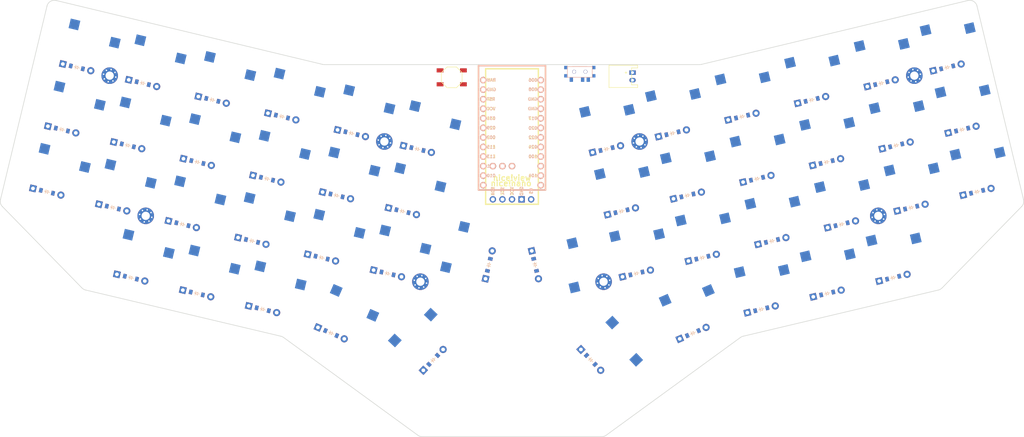
<source format=kicad_pcb>
(kicad_pcb (version 20171130) (host pcbnew 5.1.6)
  (title_block (title elv) (rev v1.0.0) (company Unknown))
  (layers (0 F.Cu signal) (31 B.Cu signal) (34 B.Paste user) (35 F.Paste user) (36 B.SilkS user) (37 F.SilkS user) (38 B.Mask user) (39 F.Mask user) (44 Edge.Cuts user))
  (net 0 "")
  (net 1 "P031")
  (net 2 "outer_bottom")
  (net 3 "outer_home")
  (net 4 "outer_top")
  (net 5 "P029")
  (net 6 "pinky_bottom")
  (net 7 "pinky_home")
  (net 8 "pinky_top")
  (net 9 "P002")
  (net 10 "ring_bottom")
  (net 11 "ring_home")
  (net 12 "ring_top")
  (net 13 "P115")
  (net 14 "middle_bottom")
  (net 15 "middle_home")
  (net 16 "middle_top")
  (net 17 "P020")
  (net 18 "index_bottom")
  (net 19 "index_home")
  (net 20 "index_top")
  (net 21 "P022")
  (net 22 "inner_bottom")
  (net 23 "inner_home")
  (net 24 "inner_top")
  (net 25 "mod4_main")
  (net 26 "mod3_main")
  (net 27 "mod2_main")
  (net 28 "mod1_main")
  (net 29 "primary_main")
  (net 30 "aux_main")
  (net 31 "mirror_outer_bottom")
  (net 32 "mirror_outer_home")
  (net 33 "mirror_outer_top")
  (net 34 "mirror_pinky_bottom")
  (net 35 "mirror_pinky_home")
  (net 36 "mirror_pinky_top")
  (net 37 "mirror_ring_bottom")
  (net 38 "mirror_ring_home")
  (net 39 "mirror_ring_top")
  (net 40 "mirror_middle_bottom")
  (net 41 "mirror_middle_home")
  (net 42 "mirror_middle_top")
  (net 43 "mirror_index_bottom")
  (net 44 "mirror_index_home")
  (net 45 "mirror_index_top")
  (net 46 "mirror_inner_bottom")
  (net 47 "mirror_inner_home")
  (net 48 "mirror_inner_top")
  (net 49 "mirror_mod4_main")
  (net 50 "mirror_mod3_main")
  (net 51 "mirror_mod2_main")
  (net 52 "mirror_mod1_main")
  (net 53 "mirror_primary_main")
  (net 54 "mirror_aux_main")
  (net 55 "P010")
  (net 56 "P111")
  (net 57 "P113")
  (net 58 "P009")
  (net 59 "P011")
  (net 60 "P100")
  (net 61 "P024")
  (net 62 "P104")
  (net 63 "RAW")
  (net 64 "GND")
  (net 65 "RST")
  (net 66 "VCC")
  (net 67 "P006")
  (net 68 "P008")
  (net 69 "P017")
  (net 70 "P106")
  (net 71 "P101")
  (net 72 "P102")
  (net 73 "P107")
  (net 74 "BAT")
  (module PG1350 (layer F.Cu) (at 73.8924557 120.5815284 -13.5)
    (fp_text reference "S1" hide)
    (fp_text value "" hide)
    (pad "" np_thru_hole circle (at 0 0) (size 3.429 3.429) (drill 3.429) (layers *.Cu *.Mask))
    (pad "" np_thru_hole circle (at 5.5 0) (size 1.7018 1.7018) (drill 1.7018) (layers *.Cu *.Mask))
    (pad "" np_thru_hole circle (at -5.5 0) (size 1.7018 1.7018) (drill 1.7018) (layers *.Cu *.Mask))
    (pad "" np_thru_hole circle (at 5 -3.75) (size 3 3) (drill 3) (layers *.Cu *.Mask))
    (pad "" np_thru_hole circle (at 0 -5.95) (size 3 3) (drill 3) (layers *.Cu *.Mask))
    (pad 1 smd rect (at -3.275 -5.95 -13.5) (size 2.6 2.6) (layers B.Cu B.Paste B.Mask) (net 1 "P031"))
    (pad 2 smd rect (at 8.275 -3.75 -13.5) (size 2.6 2.6) (layers B.Cu B.Paste B.Mask) (net 2 "outer_bottom"))
  )
  (module PG1350 (layer F.Cu) (at 77.8610268 104.0512398 -13.5)
    (fp_text reference "S2" hide)
    (fp_text value "" hide)
    (pad "" np_thru_hole circle (at 0 0) (size 3.429 3.429) (drill 3.429) (layers *.Cu *.Mask))
    (pad "" np_thru_hole circle (at 5.5 0) (size 1.7018 1.7018) (drill 1.7018) (layers *.Cu *.Mask))
    (pad "" np_thru_hole circle (at -5.5 0) (size 1.7018 1.7018) (drill 1.7018) (layers *.Cu *.Mask))
    (pad "" np_thru_hole circle (at 5 -3.75) (size 3 3) (drill 3) (layers *.Cu *.Mask))
    (pad "" np_thru_hole circle (at 0 -5.95) (size 3 3) (drill 3) (layers *.Cu *.Mask))
    (pad 1 smd rect (at -3.275 -5.95 -13.5) (size 2.6 2.6) (layers B.Cu B.Paste B.Mask) (net 1 "P031"))
    (pad 2 smd rect (at 8.275 -3.75 -13.5) (size 2.6 2.6) (layers B.Cu B.Paste B.Mask) (net 3 "outer_home"))
  )
  (module PG1350 (layer F.Cu) (at 81.829598 87.5209511 -13.5)
    (fp_text reference "S3" hide)
    (fp_text value "" hide)
    (pad "" np_thru_hole circle (at 0 0) (size 3.429 3.429) (drill 3.429) (layers *.Cu *.Mask))
    (pad "" np_thru_hole circle (at 5.5 0) (size 1.7018 1.7018) (drill 1.7018) (layers *.Cu *.Mask))
    (pad "" np_thru_hole circle (at -5.5 0) (size 1.7018 1.7018) (drill 1.7018) (layers *.Cu *.Mask))
    (pad "" np_thru_hole circle (at 5 -3.75) (size 3 3) (drill 3) (layers *.Cu *.Mask))
    (pad "" np_thru_hole circle (at 0 -5.95) (size 3 3) (drill 3) (layers *.Cu *.Mask))
    (pad 1 smd rect (at -3.275 -5.95 -13.5) (size 2.6 2.6) (layers B.Cu B.Paste B.Mask) (net 1 "P031"))
    (pad 2 smd rect (at 8.275 -3.75 -13.5) (size 2.6 2.6) (layers B.Cu B.Paste B.Mask) (net 4 "outer_top"))
  )
  (module PG1350 (layer F.Cu) (at 91.3951142 124.783545 -13.5)
    (fp_text reference "S4" hide)
    (fp_text value "" hide)
    (pad "" np_thru_hole circle (at 0 0) (size 3.429 3.429) (drill 3.429) (layers *.Cu *.Mask))
    (pad "" np_thru_hole circle (at 5.5 0) (size 1.7018 1.7018) (drill 1.7018) (layers *.Cu *.Mask))
    (pad "" np_thru_hole circle (at -5.5 0) (size 1.7018 1.7018) (drill 1.7018) (layers *.Cu *.Mask))
    (pad "" np_thru_hole circle (at 5 -3.75) (size 3 3) (drill 3) (layers *.Cu *.Mask))
    (pad "" np_thru_hole circle (at 0 -5.95) (size 3 3) (drill 3) (layers *.Cu *.Mask))
    (pad 1 smd rect (at -3.275 -5.95 -13.5) (size 2.6 2.6) (layers B.Cu B.Paste B.Mask) (net 5 "P029"))
    (pad 2 smd rect (at 8.275 -3.75 -13.5) (size 2.6 2.6) (layers B.Cu B.Paste B.Mask) (net 6 "pinky_bottom"))
  )
  (module PG1350 (layer F.Cu) (at 95.3636854 108.2532563 -13.5)
    (fp_text reference "S5" hide)
    (fp_text value "" hide)
    (pad "" np_thru_hole circle (at 0 0) (size 3.429 3.429) (drill 3.429) (layers *.Cu *.Mask))
    (pad "" np_thru_hole circle (at 5.5 0) (size 1.7018 1.7018) (drill 1.7018) (layers *.Cu *.Mask))
    (pad "" np_thru_hole circle (at -5.5 0) (size 1.7018 1.7018) (drill 1.7018) (layers *.Cu *.Mask))
    (pad "" np_thru_hole circle (at 5 -3.75) (size 3 3) (drill 3) (layers *.Cu *.Mask))
    (pad "" np_thru_hole circle (at 0 -5.95) (size 3 3) (drill 3) (layers *.Cu *.Mask))
    (pad 1 smd rect (at -3.275 -5.95 -13.5) (size 2.6 2.6) (layers B.Cu B.Paste B.Mask) (net 5 "P029"))
    (pad 2 smd rect (at 8.275 -3.75 -13.5) (size 2.6 2.6) (layers B.Cu B.Paste B.Mask) (net 7 "pinky_home"))
  )
  (module PG1350 (layer F.Cu) (at 99.3322566 91.7229677 -13.5)
    (fp_text reference "S6" hide)
    (fp_text value "" hide)
    (pad "" np_thru_hole circle (at 0 0) (size 3.429 3.429) (drill 3.429) (layers *.Cu *.Mask))
    (pad "" np_thru_hole circle (at 5.5 0) (size 1.7018 1.7018) (drill 1.7018) (layers *.Cu *.Mask))
    (pad "" np_thru_hole circle (at -5.5 0) (size 1.7018 1.7018) (drill 1.7018) (layers *.Cu *.Mask))
    (pad "" np_thru_hole circle (at 5 -3.75) (size 3 3) (drill 3) (layers *.Cu *.Mask))
    (pad "" np_thru_hole circle (at 0 -5.95) (size 3 3) (drill 3) (layers *.Cu *.Mask))
    (pad 1 smd rect (at -3.275 -5.95 -13.5) (size 2.6 2.6) (layers B.Cu B.Paste B.Mask) (net 5 "P029"))
    (pad 2 smd rect (at 8.275 -3.75 -13.5) (size 2.6 2.6) (layers B.Cu B.Paste B.Mask) (net 8 "pinky_top"))
  )
  (module PG1350 (layer F.Cu) (at 109.8701427 129.2190069 -13.5)
    (fp_text reference "S7" hide)
    (fp_text value "" hide)
    (pad "" np_thru_hole circle (at 0 0) (size 3.429 3.429) (drill 3.429) (layers *.Cu *.Mask))
    (pad "" np_thru_hole circle (at 5.5 0) (size 1.7018 1.7018) (drill 1.7018) (layers *.Cu *.Mask))
    (pad "" np_thru_hole circle (at -5.5 0) (size 1.7018 1.7018) (drill 1.7018) (layers *.Cu *.Mask))
    (pad "" np_thru_hole circle (at 5 -3.75) (size 3 3) (drill 3) (layers *.Cu *.Mask))
    (pad "" np_thru_hole circle (at 0 -5.95) (size 3 3) (drill 3) (layers *.Cu *.Mask))
    (pad 1 smd rect (at -3.275 -5.95 -13.5) (size 2.6 2.6) (layers B.Cu B.Paste B.Mask) (net 9 "P002"))
    (pad 2 smd rect (at 8.275 -3.75 -13.5) (size 2.6 2.6) (layers B.Cu B.Paste B.Mask) (net 10 "ring_bottom"))
  )
  (module PG1350 (layer F.Cu) (at 113.8387139 112.6887182 -13.5)
    (fp_text reference "S8" hide)
    (fp_text value "" hide)
    (pad "" np_thru_hole circle (at 0 0) (size 3.429 3.429) (drill 3.429) (layers *.Cu *.Mask))
    (pad "" np_thru_hole circle (at 5.5 0) (size 1.7018 1.7018) (drill 1.7018) (layers *.Cu *.Mask))
    (pad "" np_thru_hole circle (at -5.5 0) (size 1.7018 1.7018) (drill 1.7018) (layers *.Cu *.Mask))
    (pad "" np_thru_hole circle (at 5 -3.75) (size 3 3) (drill 3) (layers *.Cu *.Mask))
    (pad "" np_thru_hole circle (at 0 -5.95) (size 3 3) (drill 3) (layers *.Cu *.Mask))
    (pad 1 smd rect (at -3.275 -5.95 -13.5) (size 2.6 2.6) (layers B.Cu B.Paste B.Mask) (net 9 "P002"))
    (pad 2 smd rect (at 8.275 -3.75 -13.5) (size 2.6 2.6) (layers B.Cu B.Paste B.Mask) (net 11 "ring_home"))
  )
  (module PG1350 (layer F.Cu) (at 117.8072851 96.1584296 -13.5)
    (fp_text reference "S9" hide)
    (fp_text value "" hide)
    (pad "" np_thru_hole circle (at 0 0) (size 3.429 3.429) (drill 3.429) (layers *.Cu *.Mask))
    (pad "" np_thru_hole circle (at 5.5 0) (size 1.7018 1.7018) (drill 1.7018) (layers *.Cu *.Mask))
    (pad "" np_thru_hole circle (at -5.5 0) (size 1.7018 1.7018) (drill 1.7018) (layers *.Cu *.Mask))
    (pad "" np_thru_hole circle (at 5 -3.75) (size 3 3) (drill 3) (layers *.Cu *.Mask))
    (pad "" np_thru_hole circle (at 0 -5.95) (size 3 3) (drill 3) (layers *.Cu *.Mask))
    (pad 1 smd rect (at -3.275 -5.95 -13.5) (size 2.6 2.6) (layers B.Cu B.Paste B.Mask) (net 9 "P002"))
    (pad 2 smd rect (at 8.275 -3.75 -13.5) (size 2.6 2.6) (layers B.Cu B.Paste B.Mask) (net 12 "ring_top"))
  )
  (module PG1350 (layer F.Cu) (at 128.3451712 133.6544688 -13.5)
    (fp_text reference "S10" hide)
    (fp_text value "" hide)
    (pad "" np_thru_hole circle (at 0 0) (size 3.429 3.429) (drill 3.429) (layers *.Cu *.Mask))
    (pad "" np_thru_hole circle (at 5.5 0) (size 1.7018 1.7018) (drill 1.7018) (layers *.Cu *.Mask))
    (pad "" np_thru_hole circle (at -5.5 0) (size 1.7018 1.7018) (drill 1.7018) (layers *.Cu *.Mask))
    (pad "" np_thru_hole circle (at 5 -3.75) (size 3 3) (drill 3) (layers *.Cu *.Mask))
    (pad "" np_thru_hole circle (at 0 -5.95) (size 3 3) (drill 3) (layers *.Cu *.Mask))
    (pad 1 smd rect (at -3.275 -5.95 -13.5) (size 2.6 2.6) (layers B.Cu B.Paste B.Mask) (net 13 "P115"))
    (pad 2 smd rect (at 8.275 -3.75 -13.5) (size 2.6 2.6) (layers B.Cu B.Paste B.Mask) (net 14 "middle_bottom"))
  )
  (module PG1350 (layer F.Cu) (at 132.3137424 117.1241802 -13.5)
    (fp_text reference "S11" hide)
    (fp_text value "" hide)
    (pad "" np_thru_hole circle (at 0 0) (size 3.429 3.429) (drill 3.429) (layers *.Cu *.Mask))
    (pad "" np_thru_hole circle (at 5.5 0) (size 1.7018 1.7018) (drill 1.7018) (layers *.Cu *.Mask))
    (pad "" np_thru_hole circle (at -5.5 0) (size 1.7018 1.7018) (drill 1.7018) (layers *.Cu *.Mask))
    (pad "" np_thru_hole circle (at 5 -3.75) (size 3 3) (drill 3) (layers *.Cu *.Mask))
    (pad "" np_thru_hole circle (at 0 -5.95) (size 3 3) (drill 3) (layers *.Cu *.Mask))
    (pad 1 smd rect (at -3.275 -5.95 -13.5) (size 2.6 2.6) (layers B.Cu B.Paste B.Mask) (net 13 "P115"))
    (pad 2 smd rect (at 8.275 -3.75 -13.5) (size 2.6 2.6) (layers B.Cu B.Paste B.Mask) (net 15 "middle_home"))
  )
  (module PG1350 (layer F.Cu) (at 136.2823136 100.5938915 -13.5)
    (fp_text reference "S12" hide)
    (fp_text value "" hide)
    (pad "" np_thru_hole circle (at 0 0) (size 3.429 3.429) (drill 3.429) (layers *.Cu *.Mask))
    (pad "" np_thru_hole circle (at 5.5 0) (size 1.7018 1.7018) (drill 1.7018) (layers *.Cu *.Mask))
    (pad "" np_thru_hole circle (at -5.5 0) (size 1.7018 1.7018) (drill 1.7018) (layers *.Cu *.Mask))
    (pad "" np_thru_hole circle (at 5 -3.75) (size 3 3) (drill 3) (layers *.Cu *.Mask))
    (pad "" np_thru_hole circle (at 0 -5.95) (size 3 3) (drill 3) (layers *.Cu *.Mask))
    (pad 1 smd rect (at -3.275 -5.95 -13.5) (size 2.6 2.6) (layers B.Cu B.Paste B.Mask) (net 13 "P115"))
    (pad 2 smd rect (at 8.275 -3.75 -13.5) (size 2.6 2.6) (layers B.Cu B.Paste B.Mask) (net 16 "middle_top"))
  )
  (module PG1350 (layer F.Cu) (at 146.8201997 138.0899307 -13.5)
    (fp_text reference "S13" hide)
    (fp_text value "" hide)
    (pad "" np_thru_hole circle (at 0 0) (size 3.429 3.429) (drill 3.429) (layers *.Cu *.Mask))
    (pad "" np_thru_hole circle (at 5.5 0) (size 1.7018 1.7018) (drill 1.7018) (layers *.Cu *.Mask))
    (pad "" np_thru_hole circle (at -5.5 0) (size 1.7018 1.7018) (drill 1.7018) (layers *.Cu *.Mask))
    (pad "" np_thru_hole circle (at 5 -3.75) (size 3 3) (drill 3) (layers *.Cu *.Mask))
    (pad "" np_thru_hole circle (at 0 -5.95) (size 3 3) (drill 3) (layers *.Cu *.Mask))
    (pad 1 smd rect (at -3.275 -5.95 -13.5) (size 2.6 2.6) (layers B.Cu B.Paste B.Mask) (net 17 "P020"))
    (pad 2 smd rect (at 8.275 -3.75 -13.5) (size 2.6 2.6) (layers B.Cu B.Paste B.Mask) (net 18 "index_bottom"))
  )
  (module PG1350 (layer F.Cu) (at 150.7887709 121.5596421 -13.5)
    (fp_text reference "S14" hide)
    (fp_text value "" hide)
    (pad "" np_thru_hole circle (at 0 0) (size 3.429 3.429) (drill 3.429) (layers *.Cu *.Mask))
    (pad "" np_thru_hole circle (at 5.5 0) (size 1.7018 1.7018) (drill 1.7018) (layers *.Cu *.Mask))
    (pad "" np_thru_hole circle (at -5.5 0) (size 1.7018 1.7018) (drill 1.7018) (layers *.Cu *.Mask))
    (pad "" np_thru_hole circle (at 5 -3.75) (size 3 3) (drill 3) (layers *.Cu *.Mask))
    (pad "" np_thru_hole circle (at 0 -5.95) (size 3 3) (drill 3) (layers *.Cu *.Mask))
    (pad 1 smd rect (at -3.275 -5.95 -13.5) (size 2.6 2.6) (layers B.Cu B.Paste B.Mask) (net 17 "P020"))
    (pad 2 smd rect (at 8.275 -3.75 -13.5) (size 2.6 2.6) (layers B.Cu B.Paste B.Mask) (net 19 "index_home"))
  )
  (module PG1350 (layer F.Cu) (at 154.7573421 105.0293534 -13.5)
    (fp_text reference "S15" hide)
    (fp_text value "" hide)
    (pad "" np_thru_hole circle (at 0 0) (size 3.429 3.429) (drill 3.429) (layers *.Cu *.Mask))
    (pad "" np_thru_hole circle (at 5.5 0) (size 1.7018 1.7018) (drill 1.7018) (layers *.Cu *.Mask))
    (pad "" np_thru_hole circle (at -5.5 0) (size 1.7018 1.7018) (drill 1.7018) (layers *.Cu *.Mask))
    (pad "" np_thru_hole circle (at 5 -3.75) (size 3 3) (drill 3) (layers *.Cu *.Mask))
    (pad "" np_thru_hole circle (at 0 -5.95) (size 3 3) (drill 3) (layers *.Cu *.Mask))
    (pad 1 smd rect (at -3.275 -5.95 -13.5) (size 2.6 2.6) (layers B.Cu B.Paste B.Mask) (net 17 "P020"))
    (pad 2 smd rect (at 8.275 -3.75 -13.5) (size 2.6 2.6) (layers B.Cu B.Paste B.Mask) (net 20 "index_top"))
  )
  (module PG1350 (layer F.Cu) (at 164.3228583 142.2919473 -13.5)
    (fp_text reference "S16" hide)
    (fp_text value "" hide)
    (pad "" np_thru_hole circle (at 0 0) (size 3.429 3.429) (drill 3.429) (layers *.Cu *.Mask))
    (pad "" np_thru_hole circle (at 5.5 0) (size 1.7018 1.7018) (drill 1.7018) (layers *.Cu *.Mask))
    (pad "" np_thru_hole circle (at -5.5 0) (size 1.7018 1.7018) (drill 1.7018) (layers *.Cu *.Mask))
    (pad "" np_thru_hole circle (at 5 -3.75) (size 3 3) (drill 3) (layers *.Cu *.Mask))
    (pad "" np_thru_hole circle (at 0 -5.95) (size 3 3) (drill 3) (layers *.Cu *.Mask))
    (pad 1 smd rect (at -3.275 -5.95 -13.5) (size 2.6 2.6) (layers B.Cu B.Paste B.Mask) (net 21 "P022"))
    (pad 2 smd rect (at 8.275 -3.75 -13.5) (size 2.6 2.6) (layers B.Cu B.Paste B.Mask) (net 22 "inner_bottom"))
  )
  (module PG1350 (layer F.Cu) (at 168.2914294 125.7616586 -13.5)
    (fp_text reference "S17" hide)
    (fp_text value "" hide)
    (pad "" np_thru_hole circle (at 0 0) (size 3.429 3.429) (drill 3.429) (layers *.Cu *.Mask))
    (pad "" np_thru_hole circle (at 5.5 0) (size 1.7018 1.7018) (drill 1.7018) (layers *.Cu *.Mask))
    (pad "" np_thru_hole circle (at -5.5 0) (size 1.7018 1.7018) (drill 1.7018) (layers *.Cu *.Mask))
    (pad "" np_thru_hole circle (at 5 -3.75) (size 3 3) (drill 3) (layers *.Cu *.Mask))
    (pad "" np_thru_hole circle (at 0 -5.95) (size 3 3) (drill 3) (layers *.Cu *.Mask))
    (pad 1 smd rect (at -3.275 -5.95 -13.5) (size 2.6 2.6) (layers B.Cu B.Paste B.Mask) (net 21 "P022"))
    (pad 2 smd rect (at 8.275 -3.75 -13.5) (size 2.6 2.6) (layers B.Cu B.Paste B.Mask) (net 23 "inner_home"))
  )
  (module PG1350 (layer F.Cu) (at 172.2600006 109.23137 -13.5)
    (fp_text reference "S18" hide)
    (fp_text value "" hide)
    (pad "" np_thru_hole circle (at 0 0) (size 3.429 3.429) (drill 3.429) (layers *.Cu *.Mask))
    (pad "" np_thru_hole circle (at 5.5 0) (size 1.7018 1.7018) (drill 1.7018) (layers *.Cu *.Mask))
    (pad "" np_thru_hole circle (at -5.5 0) (size 1.7018 1.7018) (drill 1.7018) (layers *.Cu *.Mask))
    (pad "" np_thru_hole circle (at 5 -3.75) (size 3 3) (drill 3) (layers *.Cu *.Mask))
    (pad "" np_thru_hole circle (at 0 -5.95) (size 3 3) (drill 3) (layers *.Cu *.Mask))
    (pad 1 smd rect (at -3.275 -5.95 -13.5) (size 2.6 2.6) (layers B.Cu B.Paste B.Mask) (net 21 "P022"))
    (pad 2 smd rect (at 8.275 -3.75 -13.5) (size 2.6 2.6) (layers B.Cu B.Paste B.Mask) (net 24 "inner_top"))
  )
  (module PG1350 (layer F.Cu) (at 96.1778723 143.4148419 -13.5)
    (fp_text reference "S19" hide)
    (fp_text value "" hide)
    (pad "" np_thru_hole circle (at 0 0) (size 3.429 3.429) (drill 3.429) (layers *.Cu *.Mask))
    (pad "" np_thru_hole circle (at 5.5 0) (size 1.7018 1.7018) (drill 1.7018) (layers *.Cu *.Mask))
    (pad "" np_thru_hole circle (at -5.5 0) (size 1.7018 1.7018) (drill 1.7018) (layers *.Cu *.Mask))
    (pad "" np_thru_hole circle (at 5 -3.75) (size 3 3) (drill 3) (layers *.Cu *.Mask))
    (pad "" np_thru_hole circle (at 0 -5.95) (size 3 3) (drill 3) (layers *.Cu *.Mask))
    (pad 1 smd rect (at -3.275 -5.95 -13.5) (size 2.6 2.6) (layers B.Cu B.Paste B.Mask) (net 1 "P031"))
    (pad 2 smd rect (at 8.275 -3.75 -13.5) (size 2.6 2.6) (layers B.Cu B.Paste B.Mask) (net 25 "mod4_main"))
  )
  (module PG1350 (layer F.Cu) (at 113.6805309 147.6168584 -13.5)
    (fp_text reference "S20" hide)
    (fp_text value "" hide)
    (pad "" np_thru_hole circle (at 0 0) (size 3.429 3.429) (drill 3.429) (layers *.Cu *.Mask))
    (pad "" np_thru_hole circle (at 5.5 0) (size 1.7018 1.7018) (drill 1.7018) (layers *.Cu *.Mask))
    (pad "" np_thru_hole circle (at -5.5 0) (size 1.7018 1.7018) (drill 1.7018) (layers *.Cu *.Mask))
    (pad "" np_thru_hole circle (at 5 -3.75) (size 3 3) (drill 3) (layers *.Cu *.Mask))
    (pad "" np_thru_hole circle (at 0 -5.95) (size 3 3) (drill 3) (layers *.Cu *.Mask))
    (pad 1 smd rect (at -3.275 -5.95 -13.5) (size 2.6 2.6) (layers B.Cu B.Paste B.Mask) (net 5 "P029"))
    (pad 2 smd rect (at 8.275 -3.75 -13.5) (size 2.6 2.6) (layers B.Cu B.Paste B.Mask) (net 26 "mod3_main"))
  )
  (module PG1350 (layer F.Cu) (at 131.1831895 151.818875 -13.5)
    (fp_text reference "S21" hide)
    (fp_text value "" hide)
    (pad "" np_thru_hole circle (at 0 0) (size 3.429 3.429) (drill 3.429) (layers *.Cu *.Mask))
    (pad "" np_thru_hole circle (at 5.5 0) (size 1.7018 1.7018) (drill 1.7018) (layers *.Cu *.Mask))
    (pad "" np_thru_hole circle (at -5.5 0) (size 1.7018 1.7018) (drill 1.7018) (layers *.Cu *.Mask))
    (pad "" np_thru_hole circle (at 5 -3.75) (size 3 3) (drill 3) (layers *.Cu *.Mask))
    (pad "" np_thru_hole circle (at 0 -5.95) (size 3 3) (drill 3) (layers *.Cu *.Mask))
    (pad 1 smd rect (at -3.275 -5.95 -13.5) (size 2.6 2.6) (layers B.Cu B.Paste B.Mask) (net 9 "P002"))
    (pad 2 smd rect (at 8.275 -3.75 -13.5) (size 2.6 2.6) (layers B.Cu B.Paste B.Mask) (net 27 "mod2_main"))
  )
  (module PG1350 (layer F.Cu) (at 150.1636971 158.4325221 -23.5)
    (fp_text reference "S22" hide)
    (fp_text value "" hide)
    (pad "" np_thru_hole circle (at 0 0) (size 3.429 3.429) (drill 3.429) (layers *.Cu *.Mask))
    (pad "" np_thru_hole circle (at 5.5 0) (size 1.7018 1.7018) (drill 1.7018) (layers *.Cu *.Mask))
    (pad "" np_thru_hole circle (at -5.5 0) (size 1.7018 1.7018) (drill 1.7018) (layers *.Cu *.Mask))
    (pad "" np_thru_hole circle (at 5 -3.75) (size 3 3) (drill 3) (layers *.Cu *.Mask))
    (pad "" np_thru_hole circle (at 0 -5.95) (size 3 3) (drill 3) (layers *.Cu *.Mask))
    (pad 1 smd rect (at -3.275 -5.95 -23.5) (size 2.6 2.6) (layers B.Cu B.Paste B.Mask) (net 13 "P115"))
    (pad 2 smd rect (at 8.275 -3.75 -23.5) (size 2.6 2.6) (layers B.Cu B.Paste B.Mask) (net 28 "mod1_main"))
  )
  (module PG1350 (layer F.Cu) (at 171.6548279 166.6866906 46.5)
    (fp_text reference "S23" hide)
    (fp_text value "" hide)
    (pad "" np_thru_hole circle (at 0 0) (size 3.429 3.429) (drill 3.429) (layers *.Cu *.Mask))
    (pad "" np_thru_hole circle (at 5.5 0) (size 1.7018 1.7018) (drill 1.7018) (layers *.Cu *.Mask))
    (pad "" np_thru_hole circle (at -5.5 0) (size 1.7018 1.7018) (drill 1.7018) (layers *.Cu *.Mask))
    (pad "" np_thru_hole circle (at 5 -3.75) (size 3 3) (drill 3) (layers *.Cu *.Mask))
    (pad "" np_thru_hole circle (at 0 -5.95) (size 3 3) (drill 3) (layers *.Cu *.Mask))
    (pad 1 smd rect (at -3.275 -5.95 46.5) (size 2.6 2.6) (layers B.Cu B.Paste B.Mask) (net 17 "P020"))
    (pad 2 smd rect (at 8.275 -3.75 46.5) (size 2.6 2.6) (layers B.Cu B.Paste B.Mask) (net 29 "primary_main"))
  )
  (module PG1350 (layer F.Cu) (at 185.1998007 143.6968295 76.5)
    (fp_text reference "S24" hide)
    (fp_text value "" hide)
    (pad "" np_thru_hole circle (at 0 0) (size 3.429 3.429) (drill 3.429) (layers *.Cu *.Mask))
    (pad "" np_thru_hole circle (at 5.5 0) (size 1.7018 1.7018) (drill 1.7018) (layers *.Cu *.Mask))
    (pad "" np_thru_hole circle (at -5.5 0) (size 1.7018 1.7018) (drill 1.7018) (layers *.Cu *.Mask))
    (pad "" np_thru_hole circle (at 5 -3.75) (size 3 3) (drill 3) (layers *.Cu *.Mask))
    (pad "" np_thru_hole circle (at 0 -5.95) (size 3 3) (drill 3) (layers *.Cu *.Mask))
    (pad 1 smd rect (at -3.275 -5.95 76.5) (size 2.6 2.6) (layers B.Cu B.Paste B.Mask) (net 21 "P022"))
    (pad 2 smd rect (at 8.275 -3.75 76.5) (size 2.6 2.6) (layers B.Cu B.Paste B.Mask) (net 30 "aux_main"))
  )
  (module PG1350 (layer F.Cu) (at 318.5071457 120.5815284 13.5)
    (fp_text reference "S25" hide)
    (fp_text value "" hide)
    (pad "" np_thru_hole circle (at 0 0) (size 3.429 3.429) (drill 3.429) (layers *.Cu *.Mask))
    (pad "" np_thru_hole circle (at 5.5 0) (size 1.7018 1.7018) (drill 1.7018) (layers *.Cu *.Mask))
    (pad "" np_thru_hole circle (at -5.5 0) (size 1.7018 1.7018) (drill 1.7018) (layers *.Cu *.Mask))
    (pad "" np_thru_hole circle (at 5 -3.75) (size 3 3) (drill 3) (layers *.Cu *.Mask))
    (pad "" np_thru_hole circle (at 0 -5.95) (size 3 3) (drill 3) (layers *.Cu *.Mask))
    (pad 1 smd rect (at -3.275 -5.95 13.5) (size 2.6 2.6) (layers B.Cu B.Paste B.Mask) (net 1 "P031"))
    (pad 2 smd rect (at 8.275 -3.75 13.5) (size 2.6 2.6) (layers B.Cu B.Paste B.Mask) (net 31 "mirror_outer_bottom"))
  )
  (module PG1350 (layer F.Cu) (at 314.5385746 104.0512398 13.5)
    (fp_text reference "S26" hide)
    (fp_text value "" hide)
    (pad "" np_thru_hole circle (at 0 0) (size 3.429 3.429) (drill 3.429) (layers *.Cu *.Mask))
    (pad "" np_thru_hole circle (at 5.5 0) (size 1.7018 1.7018) (drill 1.7018) (layers *.Cu *.Mask))
    (pad "" np_thru_hole circle (at -5.5 0) (size 1.7018 1.7018) (drill 1.7018) (layers *.Cu *.Mask))
    (pad "" np_thru_hole circle (at 5 -3.75) (size 3 3) (drill 3) (layers *.Cu *.Mask))
    (pad "" np_thru_hole circle (at 0 -5.95) (size 3 3) (drill 3) (layers *.Cu *.Mask))
    (pad 1 smd rect (at -3.275 -5.95 13.5) (size 2.6 2.6) (layers B.Cu B.Paste B.Mask) (net 1 "P031"))
    (pad 2 smd rect (at 8.275 -3.75 13.5) (size 2.6 2.6) (layers B.Cu B.Paste B.Mask) (net 32 "mirror_outer_home"))
  )
  (module PG1350 (layer F.Cu) (at 310.5700034 87.5209511 13.5)
    (fp_text reference "S27" hide)
    (fp_text value "" hide)
    (pad "" np_thru_hole circle (at 0 0) (size 3.429 3.429) (drill 3.429) (layers *.Cu *.Mask))
    (pad "" np_thru_hole circle (at 5.5 0) (size 1.7018 1.7018) (drill 1.7018) (layers *.Cu *.Mask))
    (pad "" np_thru_hole circle (at -5.5 0) (size 1.7018 1.7018) (drill 1.7018) (layers *.Cu *.Mask))
    (pad "" np_thru_hole circle (at 5 -3.75) (size 3 3) (drill 3) (layers *.Cu *.Mask))
    (pad "" np_thru_hole circle (at 0 -5.95) (size 3 3) (drill 3) (layers *.Cu *.Mask))
    (pad 1 smd rect (at -3.275 -5.95 13.5) (size 2.6 2.6) (layers B.Cu B.Paste B.Mask) (net 1 "P031"))
    (pad 2 smd rect (at 8.275 -3.75 13.5) (size 2.6 2.6) (layers B.Cu B.Paste B.Mask) (net 33 "mirror_outer_top"))
  )
  (module PG1350 (layer F.Cu) (at 301.00448719999997 124.783545 13.5)
    (fp_text reference "S28" hide)
    (fp_text value "" hide)
    (pad "" np_thru_hole circle (at 0 0) (size 3.429 3.429) (drill 3.429) (layers *.Cu *.Mask))
    (pad "" np_thru_hole circle (at 5.5 0) (size 1.7018 1.7018) (drill 1.7018) (layers *.Cu *.Mask))
    (pad "" np_thru_hole circle (at -5.5 0) (size 1.7018 1.7018) (drill 1.7018) (layers *.Cu *.Mask))
    (pad "" np_thru_hole circle (at 5 -3.75) (size 3 3) (drill 3) (layers *.Cu *.Mask))
    (pad "" np_thru_hole circle (at 0 -5.95) (size 3 3) (drill 3) (layers *.Cu *.Mask))
    (pad 1 smd rect (at -3.275 -5.95 13.5) (size 2.6 2.6) (layers B.Cu B.Paste B.Mask) (net 5 "P029"))
    (pad 2 smd rect (at 8.275 -3.75 13.5) (size 2.6 2.6) (layers B.Cu B.Paste B.Mask) (net 34 "mirror_pinky_bottom"))
  )
  (module PG1350 (layer F.Cu) (at 297.035916 108.2532563 13.5)
    (fp_text reference "S29" hide)
    (fp_text value "" hide)
    (pad "" np_thru_hole circle (at 0 0) (size 3.429 3.429) (drill 3.429) (layers *.Cu *.Mask))
    (pad "" np_thru_hole circle (at 5.5 0) (size 1.7018 1.7018) (drill 1.7018) (layers *.Cu *.Mask))
    (pad "" np_thru_hole circle (at -5.5 0) (size 1.7018 1.7018) (drill 1.7018) (layers *.Cu *.Mask))
    (pad "" np_thru_hole circle (at 5 -3.75) (size 3 3) (drill 3) (layers *.Cu *.Mask))
    (pad "" np_thru_hole circle (at 0 -5.95) (size 3 3) (drill 3) (layers *.Cu *.Mask))
    (pad 1 smd rect (at -3.275 -5.95 13.5) (size 2.6 2.6) (layers B.Cu B.Paste B.Mask) (net 5 "P029"))
    (pad 2 smd rect (at 8.275 -3.75 13.5) (size 2.6 2.6) (layers B.Cu B.Paste B.Mask) (net 35 "mirror_pinky_home"))
  )
  (module PG1350 (layer F.Cu) (at 293.0673448 91.7229677 13.5)
    (fp_text reference "S30" hide)
    (fp_text value "" hide)
    (pad "" np_thru_hole circle (at 0 0) (size 3.429 3.429) (drill 3.429) (layers *.Cu *.Mask))
    (pad "" np_thru_hole circle (at 5.5 0) (size 1.7018 1.7018) (drill 1.7018) (layers *.Cu *.Mask))
    (pad "" np_thru_hole circle (at -5.5 0) (size 1.7018 1.7018) (drill 1.7018) (layers *.Cu *.Mask))
    (pad "" np_thru_hole circle (at 5 -3.75) (size 3 3) (drill 3) (layers *.Cu *.Mask))
    (pad "" np_thru_hole circle (at 0 -5.95) (size 3 3) (drill 3) (layers *.Cu *.Mask))
    (pad 1 smd rect (at -3.275 -5.95 13.5) (size 2.6 2.6) (layers B.Cu B.Paste B.Mask) (net 5 "P029"))
    (pad 2 smd rect (at 8.275 -3.75 13.5) (size 2.6 2.6) (layers B.Cu B.Paste B.Mask) (net 36 "mirror_pinky_top"))
  )
  (module PG1350 (layer F.Cu) (at 282.52945869999996 129.2190069 13.5)
    (fp_text reference "S31" hide)
    (fp_text value "" hide)
    (pad "" np_thru_hole circle (at 0 0) (size 3.429 3.429) (drill 3.429) (layers *.Cu *.Mask))
    (pad "" np_thru_hole circle (at 5.5 0) (size 1.7018 1.7018) (drill 1.7018) (layers *.Cu *.Mask))
    (pad "" np_thru_hole circle (at -5.5 0) (size 1.7018 1.7018) (drill 1.7018) (layers *.Cu *.Mask))
    (pad "" np_thru_hole circle (at 5 -3.75) (size 3 3) (drill 3) (layers *.Cu *.Mask))
    (pad "" np_thru_hole circle (at 0 -5.95) (size 3 3) (drill 3) (layers *.Cu *.Mask))
    (pad 1 smd rect (at -3.275 -5.95 13.5) (size 2.6 2.6) (layers B.Cu B.Paste B.Mask) (net 9 "P002"))
    (pad 2 smd rect (at 8.275 -3.75 13.5) (size 2.6 2.6) (layers B.Cu B.Paste B.Mask) (net 37 "mirror_ring_bottom"))
  )
  (module PG1350 (layer F.Cu) (at 278.5608875 112.6887182 13.5)
    (fp_text reference "S32" hide)
    (fp_text value "" hide)
    (pad "" np_thru_hole circle (at 0 0) (size 3.429 3.429) (drill 3.429) (layers *.Cu *.Mask))
    (pad "" np_thru_hole circle (at 5.5 0) (size 1.7018 1.7018) (drill 1.7018) (layers *.Cu *.Mask))
    (pad "" np_thru_hole circle (at -5.5 0) (size 1.7018 1.7018) (drill 1.7018) (layers *.Cu *.Mask))
    (pad "" np_thru_hole circle (at 5 -3.75) (size 3 3) (drill 3) (layers *.Cu *.Mask))
    (pad "" np_thru_hole circle (at 0 -5.95) (size 3 3) (drill 3) (layers *.Cu *.Mask))
    (pad 1 smd rect (at -3.275 -5.95 13.5) (size 2.6 2.6) (layers B.Cu B.Paste B.Mask) (net 9 "P002"))
    (pad 2 smd rect (at 8.275 -3.75 13.5) (size 2.6 2.6) (layers B.Cu B.Paste B.Mask) (net 38 "mirror_ring_home"))
  )
  (module PG1350 (layer F.Cu) (at 274.5923163 96.1584296 13.5)
    (fp_text reference "S33" hide)
    (fp_text value "" hide)
    (pad "" np_thru_hole circle (at 0 0) (size 3.429 3.429) (drill 3.429) (layers *.Cu *.Mask))
    (pad "" np_thru_hole circle (at 5.5 0) (size 1.7018 1.7018) (drill 1.7018) (layers *.Cu *.Mask))
    (pad "" np_thru_hole circle (at -5.5 0) (size 1.7018 1.7018) (drill 1.7018) (layers *.Cu *.Mask))
    (pad "" np_thru_hole circle (at 5 -3.75) (size 3 3) (drill 3) (layers *.Cu *.Mask))
    (pad "" np_thru_hole circle (at 0 -5.95) (size 3 3) (drill 3) (layers *.Cu *.Mask))
    (pad 1 smd rect (at -3.275 -5.95 13.5) (size 2.6 2.6) (layers B.Cu B.Paste B.Mask) (net 9 "P002"))
    (pad 2 smd rect (at 8.275 -3.75 13.5) (size 2.6 2.6) (layers B.Cu B.Paste B.Mask) (net 39 "mirror_ring_top"))
  )
  (module PG1350 (layer F.Cu) (at 264.05443019999996 133.6544688 13.5)
    (fp_text reference "S34" hide)
    (fp_text value "" hide)
    (pad "" np_thru_hole circle (at 0 0) (size 3.429 3.429) (drill 3.429) (layers *.Cu *.Mask))
    (pad "" np_thru_hole circle (at 5.5 0) (size 1.7018 1.7018) (drill 1.7018) (layers *.Cu *.Mask))
    (pad "" np_thru_hole circle (at -5.5 0) (size 1.7018 1.7018) (drill 1.7018) (layers *.Cu *.Mask))
    (pad "" np_thru_hole circle (at 5 -3.75) (size 3 3) (drill 3) (layers *.Cu *.Mask))
    (pad "" np_thru_hole circle (at 0 -5.95) (size 3 3) (drill 3) (layers *.Cu *.Mask))
    (pad 1 smd rect (at -3.275 -5.95 13.5) (size 2.6 2.6) (layers B.Cu B.Paste B.Mask) (net 13 "P115"))
    (pad 2 smd rect (at 8.275 -3.75 13.5) (size 2.6 2.6) (layers B.Cu B.Paste B.Mask) (net 40 "mirror_middle_bottom"))
  )
  (module PG1350 (layer F.Cu) (at 260.085859 117.1241802 13.5)
    (fp_text reference "S35" hide)
    (fp_text value "" hide)
    (pad "" np_thru_hole circle (at 0 0) (size 3.429 3.429) (drill 3.429) (layers *.Cu *.Mask))
    (pad "" np_thru_hole circle (at 5.5 0) (size 1.7018 1.7018) (drill 1.7018) (layers *.Cu *.Mask))
    (pad "" np_thru_hole circle (at -5.5 0) (size 1.7018 1.7018) (drill 1.7018) (layers *.Cu *.Mask))
    (pad "" np_thru_hole circle (at 5 -3.75) (size 3 3) (drill 3) (layers *.Cu *.Mask))
    (pad "" np_thru_hole circle (at 0 -5.95) (size 3 3) (drill 3) (layers *.Cu *.Mask))
    (pad 1 smd rect (at -3.275 -5.95 13.5) (size 2.6 2.6) (layers B.Cu B.Paste B.Mask) (net 13 "P115"))
    (pad 2 smd rect (at 8.275 -3.75 13.5) (size 2.6 2.6) (layers B.Cu B.Paste B.Mask) (net 41 "mirror_middle_home"))
  )
  (module PG1350 (layer F.Cu) (at 256.1172878 100.5938915 13.5)
    (fp_text reference "S36" hide)
    (fp_text value "" hide)
    (pad "" np_thru_hole circle (at 0 0) (size 3.429 3.429) (drill 3.429) (layers *.Cu *.Mask))
    (pad "" np_thru_hole circle (at 5.5 0) (size 1.7018 1.7018) (drill 1.7018) (layers *.Cu *.Mask))
    (pad "" np_thru_hole circle (at -5.5 0) (size 1.7018 1.7018) (drill 1.7018) (layers *.Cu *.Mask))
    (pad "" np_thru_hole circle (at 5 -3.75) (size 3 3) (drill 3) (layers *.Cu *.Mask))
    (pad "" np_thru_hole circle (at 0 -5.95) (size 3 3) (drill 3) (layers *.Cu *.Mask))
    (pad 1 smd rect (at -3.275 -5.95 13.5) (size 2.6 2.6) (layers B.Cu B.Paste B.Mask) (net 13 "P115"))
    (pad 2 smd rect (at 8.275 -3.75 13.5) (size 2.6 2.6) (layers B.Cu B.Paste B.Mask) (net 42 "mirror_middle_top"))
  )
  (module PG1350 (layer F.Cu) (at 245.5794017 138.0899307 13.5)
    (fp_text reference "S37" hide)
    (fp_text value "" hide)
    (pad "" np_thru_hole circle (at 0 0) (size 3.429 3.429) (drill 3.429) (layers *.Cu *.Mask))
    (pad "" np_thru_hole circle (at 5.5 0) (size 1.7018 1.7018) (drill 1.7018) (layers *.Cu *.Mask))
    (pad "" np_thru_hole circle (at -5.5 0) (size 1.7018 1.7018) (drill 1.7018) (layers *.Cu *.Mask))
    (pad "" np_thru_hole circle (at 5 -3.75) (size 3 3) (drill 3) (layers *.Cu *.Mask))
    (pad "" np_thru_hole circle (at 0 -5.95) (size 3 3) (drill 3) (layers *.Cu *.Mask))
    (pad 1 smd rect (at -3.275 -5.95 13.5) (size 2.6 2.6) (layers B.Cu B.Paste B.Mask) (net 17 "P020"))
    (pad 2 smd rect (at 8.275 -3.75 13.5) (size 2.6 2.6) (layers B.Cu B.Paste B.Mask) (net 43 "mirror_index_bottom"))
  )
  (module PG1350 (layer F.Cu) (at 241.6108305 121.5596421 13.5)
    (fp_text reference "S38" hide)
    (fp_text value "" hide)
    (pad "" np_thru_hole circle (at 0 0) (size 3.429 3.429) (drill 3.429) (layers *.Cu *.Mask))
    (pad "" np_thru_hole circle (at 5.5 0) (size 1.7018 1.7018) (drill 1.7018) (layers *.Cu *.Mask))
    (pad "" np_thru_hole circle (at -5.5 0) (size 1.7018 1.7018) (drill 1.7018) (layers *.Cu *.Mask))
    (pad "" np_thru_hole circle (at 5 -3.75) (size 3 3) (drill 3) (layers *.Cu *.Mask))
    (pad "" np_thru_hole circle (at 0 -5.95) (size 3 3) (drill 3) (layers *.Cu *.Mask))
    (pad 1 smd rect (at -3.275 -5.95 13.5) (size 2.6 2.6) (layers B.Cu B.Paste B.Mask) (net 17 "P020"))
    (pad 2 smd rect (at 8.275 -3.75 13.5) (size 2.6 2.6) (layers B.Cu B.Paste B.Mask) (net 44 "mirror_index_home"))
  )
  (module PG1350 (layer F.Cu) (at 237.6422593 105.0293534 13.5)
    (fp_text reference "S39" hide)
    (fp_text value "" hide)
    (pad "" np_thru_hole circle (at 0 0) (size 3.429 3.429) (drill 3.429) (layers *.Cu *.Mask))
    (pad "" np_thru_hole circle (at 5.5 0) (size 1.7018 1.7018) (drill 1.7018) (layers *.Cu *.Mask))
    (pad "" np_thru_hole circle (at -5.5 0) (size 1.7018 1.7018) (drill 1.7018) (layers *.Cu *.Mask))
    (pad "" np_thru_hole circle (at 5 -3.75) (size 3 3) (drill 3) (layers *.Cu *.Mask))
    (pad "" np_thru_hole circle (at 0 -5.95) (size 3 3) (drill 3) (layers *.Cu *.Mask))
    (pad 1 smd rect (at -3.275 -5.95 13.5) (size 2.6 2.6) (layers B.Cu B.Paste B.Mask) (net 17 "P020"))
    (pad 2 smd rect (at 8.275 -3.75 13.5) (size 2.6 2.6) (layers B.Cu B.Paste B.Mask) (net 45 "mirror_index_top"))
  )
  (module PG1350 (layer F.Cu) (at 228.0767431 142.2919473 13.5)
    (fp_text reference "S40" hide)
    (fp_text value "" hide)
    (pad "" np_thru_hole circle (at 0 0) (size 3.429 3.429) (drill 3.429) (layers *.Cu *.Mask))
    (pad "" np_thru_hole circle (at 5.5 0) (size 1.7018 1.7018) (drill 1.7018) (layers *.Cu *.Mask))
    (pad "" np_thru_hole circle (at -5.5 0) (size 1.7018 1.7018) (drill 1.7018) (layers *.Cu *.Mask))
    (pad "" np_thru_hole circle (at 5 -3.75) (size 3 3) (drill 3) (layers *.Cu *.Mask))
    (pad "" np_thru_hole circle (at 0 -5.95) (size 3 3) (drill 3) (layers *.Cu *.Mask))
    (pad 1 smd rect (at -3.275 -5.95 13.5) (size 2.6 2.6) (layers B.Cu B.Paste B.Mask) (net 21 "P022"))
    (pad 2 smd rect (at 8.275 -3.75 13.5) (size 2.6 2.6) (layers B.Cu B.Paste B.Mask) (net 46 "mirror_inner_bottom"))
  )
  (module PG1350 (layer F.Cu) (at 224.108172 125.7616586 13.5)
    (fp_text reference "S41" hide)
    (fp_text value "" hide)
    (pad "" np_thru_hole circle (at 0 0) (size 3.429 3.429) (drill 3.429) (layers *.Cu *.Mask))
    (pad "" np_thru_hole circle (at 5.5 0) (size 1.7018 1.7018) (drill 1.7018) (layers *.Cu *.Mask))
    (pad "" np_thru_hole circle (at -5.5 0) (size 1.7018 1.7018) (drill 1.7018) (layers *.Cu *.Mask))
    (pad "" np_thru_hole circle (at 5 -3.75) (size 3 3) (drill 3) (layers *.Cu *.Mask))
    (pad "" np_thru_hole circle (at 0 -5.95) (size 3 3) (drill 3) (layers *.Cu *.Mask))
    (pad 1 smd rect (at -3.275 -5.95 13.5) (size 2.6 2.6) (layers B.Cu B.Paste B.Mask) (net 21 "P022"))
    (pad 2 smd rect (at 8.275 -3.75 13.5) (size 2.6 2.6) (layers B.Cu B.Paste B.Mask) (net 47 "mirror_inner_home"))
  )
  (module PG1350 (layer F.Cu) (at 220.13960079999998 109.23137 13.5)
    (fp_text reference "S42" hide)
    (fp_text value "" hide)
    (pad "" np_thru_hole circle (at 0 0) (size 3.429 3.429) (drill 3.429) (layers *.Cu *.Mask))
    (pad "" np_thru_hole circle (at 5.5 0) (size 1.7018 1.7018) (drill 1.7018) (layers *.Cu *.Mask))
    (pad "" np_thru_hole circle (at -5.5 0) (size 1.7018 1.7018) (drill 1.7018) (layers *.Cu *.Mask))
    (pad "" np_thru_hole circle (at 5 -3.75) (size 3 3) (drill 3) (layers *.Cu *.Mask))
    (pad "" np_thru_hole circle (at 0 -5.95) (size 3 3) (drill 3) (layers *.Cu *.Mask))
    (pad 1 smd rect (at -3.275 -5.95 13.5) (size 2.6 2.6) (layers B.Cu B.Paste B.Mask) (net 21 "P022"))
    (pad 2 smd rect (at 8.275 -3.75 13.5) (size 2.6 2.6) (layers B.Cu B.Paste B.Mask) (net 48 "mirror_inner_top"))
  )
  (module PG1350 (layer F.Cu) (at 296.2217291 143.4148419 13.5)
    (fp_text reference "S43" hide)
    (fp_text value "" hide)
    (pad "" np_thru_hole circle (at 0 0) (size 3.429 3.429) (drill 3.429) (layers *.Cu *.Mask))
    (pad "" np_thru_hole circle (at 5.5 0) (size 1.7018 1.7018) (drill 1.7018) (layers *.Cu *.Mask))
    (pad "" np_thru_hole circle (at -5.5 0) (size 1.7018 1.7018) (drill 1.7018) (layers *.Cu *.Mask))
    (pad "" np_thru_hole circle (at 5 -3.75) (size 3 3) (drill 3) (layers *.Cu *.Mask))
    (pad "" np_thru_hole circle (at 0 -5.95) (size 3 3) (drill 3) (layers *.Cu *.Mask))
    (pad 1 smd rect (at -3.275 -5.95 13.5) (size 2.6 2.6) (layers B.Cu B.Paste B.Mask) (net 1 "P031"))
    (pad 2 smd rect (at 8.275 -3.75 13.5) (size 2.6 2.6) (layers B.Cu B.Paste B.Mask) (net 49 "mirror_mod4_main"))
  )
  (module PG1350 (layer F.Cu) (at 278.7190705 147.6168584 13.5)
    (fp_text reference "S44" hide)
    (fp_text value "" hide)
    (pad "" np_thru_hole circle (at 0 0) (size 3.429 3.429) (drill 3.429) (layers *.Cu *.Mask))
    (pad "" np_thru_hole circle (at 5.5 0) (size 1.7018 1.7018) (drill 1.7018) (layers *.Cu *.Mask))
    (pad "" np_thru_hole circle (at -5.5 0) (size 1.7018 1.7018) (drill 1.7018) (layers *.Cu *.Mask))
    (pad "" np_thru_hole circle (at 5 -3.75) (size 3 3) (drill 3) (layers *.Cu *.Mask))
    (pad "" np_thru_hole circle (at 0 -5.95) (size 3 3) (drill 3) (layers *.Cu *.Mask))
    (pad 1 smd rect (at -3.275 -5.95 13.5) (size 2.6 2.6) (layers B.Cu B.Paste B.Mask) (net 5 "P029"))
    (pad 2 smd rect (at 8.275 -3.75 13.5) (size 2.6 2.6) (layers B.Cu B.Paste B.Mask) (net 50 "mirror_mod3_main"))
  )
  (module PG1350 (layer F.Cu) (at 261.2164119 151.818875 13.5)
    (fp_text reference "S45" hide)
    (fp_text value "" hide)
    (pad "" np_thru_hole circle (at 0 0) (size 3.429 3.429) (drill 3.429) (layers *.Cu *.Mask))
    (pad "" np_thru_hole circle (at 5.5 0) (size 1.7018 1.7018) (drill 1.7018) (layers *.Cu *.Mask))
    (pad "" np_thru_hole circle (at -5.5 0) (size 1.7018 1.7018) (drill 1.7018) (layers *.Cu *.Mask))
    (pad "" np_thru_hole circle (at 5 -3.75) (size 3 3) (drill 3) (layers *.Cu *.Mask))
    (pad "" np_thru_hole circle (at 0 -5.95) (size 3 3) (drill 3) (layers *.Cu *.Mask))
    (pad 1 smd rect (at -3.275 -5.95 13.5) (size 2.6 2.6) (layers B.Cu B.Paste B.Mask) (net 9 "P002"))
    (pad 2 smd rect (at 8.275 -3.75 13.5) (size 2.6 2.6) (layers B.Cu B.Paste B.Mask) (net 51 "mirror_mod2_main"))
  )
  (module PG1350 (layer F.Cu) (at 242.2359043 158.4325221 23.5)
    (fp_text reference "S46" hide)
    (fp_text value "" hide)
    (pad "" np_thru_hole circle (at 0 0) (size 3.429 3.429) (drill 3.429) (layers *.Cu *.Mask))
    (pad "" np_thru_hole circle (at 5.5 0) (size 1.7018 1.7018) (drill 1.7018) (layers *.Cu *.Mask))
    (pad "" np_thru_hole circle (at -5.5 0) (size 1.7018 1.7018) (drill 1.7018) (layers *.Cu *.Mask))
    (pad "" np_thru_hole circle (at 5 -3.75) (size 3 3) (drill 3) (layers *.Cu *.Mask))
    (pad "" np_thru_hole circle (at 0 -5.95) (size 3 3) (drill 3) (layers *.Cu *.Mask))
    (pad 1 smd rect (at -3.275 -5.95 23.5) (size 2.6 2.6) (layers B.Cu B.Paste B.Mask) (net 13 "P115"))
    (pad 2 smd rect (at 8.275 -3.75 23.5) (size 2.6 2.6) (layers B.Cu B.Paste B.Mask) (net 52 "mirror_mod1_main"))
  )
  (module PG1350 (layer F.Cu) (at 220.7447735 166.6866906 -46.5)
    (fp_text reference "S47" hide)
    (fp_text value "" hide)
    (pad "" np_thru_hole circle (at 0 0) (size 3.429 3.429) (drill 3.429) (layers *.Cu *.Mask))
    (pad "" np_thru_hole circle (at 5.5 0) (size 1.7018 1.7018) (drill 1.7018) (layers *.Cu *.Mask))
    (pad "" np_thru_hole circle (at -5.5 0) (size 1.7018 1.7018) (drill 1.7018) (layers *.Cu *.Mask))
    (pad "" np_thru_hole circle (at 5 -3.75) (size 3 3) (drill 3) (layers *.Cu *.Mask))
    (pad "" np_thru_hole circle (at 0 -5.95) (size 3 3) (drill 3) (layers *.Cu *.Mask))
    (pad 1 smd rect (at -3.275 -5.95 -46.5) (size 2.6 2.6) (layers B.Cu B.Paste B.Mask) (net 17 "P020"))
    (pad 2 smd rect (at 8.275 -3.75 -46.5) (size 2.6 2.6) (layers B.Cu B.Paste B.Mask) (net 53 "mirror_primary_main"))
  )
  (module PG1350 (layer F.Cu) (at 207.1998007 143.6968295 -76.5)
    (fp_text reference "S48" hide)
    (fp_text value "" hide)
    (pad "" np_thru_hole circle (at 0 0) (size 3.429 3.429) (drill 3.429) (layers *.Cu *.Mask))
    (pad "" np_thru_hole circle (at 5.5 0) (size 1.7018 1.7018) (drill 1.7018) (layers *.Cu *.Mask))
    (pad "" np_thru_hole circle (at -5.5 0) (size 1.7018 1.7018) (drill 1.7018) (layers *.Cu *.Mask))
    (pad "" np_thru_hole circle (at 5 -3.75) (size 3 3) (drill 3) (layers *.Cu *.Mask))
    (pad "" np_thru_hole circle (at 0 -5.95) (size 3 3) (drill 3) (layers *.Cu *.Mask))
    (pad 1 smd rect (at -3.275 -5.95 -76.5) (size 2.6 2.6) (layers B.Cu B.Paste B.Mask) (net 21 "P022"))
    (pad 2 smd rect (at 8.275 -3.75 -76.5) (size 2.6 2.6) (layers B.Cu B.Paste B.Mask) (net 54 "mirror_aux_main"))
  )
  (module ComboDiode (layer F.Cu) (at 72.7252289 125.443378 -13.5)
    (fp_text reference "D1" hide)
    (fp_text value "" hide)
    (pad 1 smd rect (at -1.65 0 -13.5) (size 0.9 1.2) (layers F.Cu F.Paste F.Mask) (net 55 "P010"))
    (pad 2 smd rect (at 1.65 0 -13.5) (size 0.9 1.2) (layers B.Cu B.Paste B.Mask) (net 2 "outer_bottom"))
    (pad 1 smd rect (at -1.65 0 -13.5) (size 0.9 1.2) (layers B.Cu B.Paste B.Mask) (net 55 "P010"))
    (pad 2 smd rect (at 1.65 0 -13.5) (size 0.9 1.2) (layers F.Cu F.Paste F.Mask) (net 2 "outer_bottom"))
    (pad 1 thru_hole rect (at -3.81 0 -13.5) (size 1.778 1.778) (drill 0.9906) (layers *.Cu *.Mask) (net 55 "P010"))
    (pad 2 thru_hole circle (at 3.81 0 -13.5) (size 1.905 1.905) (drill 0.9906) (layers *.Cu *.Mask) (net 2 "outer_bottom"))
  )
  (module ComboDiode (layer F.Cu) (at 76.69380000000001 108.9130894 -13.5)
    (fp_text reference "D2" hide)
    (fp_text value "" hide)
    (pad 1 smd rect (at -1.65 0 -13.5) (size 0.9 1.2) (layers F.Cu F.Paste F.Mask) (net 56 "P111"))
    (pad 2 smd rect (at 1.65 0 -13.5) (size 0.9 1.2) (layers B.Cu B.Paste B.Mask) (net 3 "outer_home"))
    (pad 1 smd rect (at -1.65 0 -13.5) (size 0.9 1.2) (layers B.Cu B.Paste B.Mask) (net 56 "P111"))
    (pad 2 smd rect (at 1.65 0 -13.5) (size 0.9 1.2) (layers F.Cu F.Paste F.Mask) (net 3 "outer_home"))
    (pad 1 thru_hole rect (at -3.81 0 -13.5) (size 1.778 1.778) (drill 0.9906) (layers *.Cu *.Mask) (net 56 "P111"))
    (pad 2 thru_hole circle (at 3.81 0 -13.5) (size 1.905 1.905) (drill 0.9906) (layers *.Cu *.Mask) (net 3 "outer_home"))
  )
  (module ComboDiode (layer F.Cu) (at 80.66237120000001 92.3828007 -13.5)
    (fp_text reference "D3" hide)
    (fp_text value "" hide)
    (pad 1 smd rect (at -1.65 0 -13.5) (size 0.9 1.2) (layers F.Cu F.Paste F.Mask) (net 57 "P113"))
    (pad 2 smd rect (at 1.65 0 -13.5) (size 0.9 1.2) (layers B.Cu B.Paste B.Mask) (net 4 "outer_top"))
    (pad 1 smd rect (at -1.65 0 -13.5) (size 0.9 1.2) (layers B.Cu B.Paste B.Mask) (net 57 "P113"))
    (pad 2 smd rect (at 1.65 0 -13.5) (size 0.9 1.2) (layers F.Cu F.Paste F.Mask) (net 4 "outer_top"))
    (pad 1 thru_hole rect (at -3.81 0 -13.5) (size 1.778 1.778) (drill 0.9906) (layers *.Cu *.Mask) (net 57 "P113"))
    (pad 2 thru_hole circle (at 3.81 0 -13.5) (size 1.905 1.905) (drill 0.9906) (layers *.Cu *.Mask) (net 4 "outer_top"))
  )
  (module ComboDiode (layer F.Cu) (at 90.2278874 129.6453946 -13.5)
    (fp_text reference "D4" hide)
    (fp_text value "" hide)
    (pad 1 smd rect (at -1.65 0 -13.5) (size 0.9 1.2) (layers F.Cu F.Paste F.Mask) (net 55 "P010"))
    (pad 2 smd rect (at 1.65 0 -13.5) (size 0.9 1.2) (layers B.Cu B.Paste B.Mask) (net 6 "pinky_bottom"))
    (pad 1 smd rect (at -1.65 0 -13.5) (size 0.9 1.2) (layers B.Cu B.Paste B.Mask) (net 55 "P010"))
    (pad 2 smd rect (at 1.65 0 -13.5) (size 0.9 1.2) (layers F.Cu F.Paste F.Mask) (net 6 "pinky_bottom"))
    (pad 1 thru_hole rect (at -3.81 0 -13.5) (size 1.778 1.778) (drill 0.9906) (layers *.Cu *.Mask) (net 55 "P010"))
    (pad 2 thru_hole circle (at 3.81 0 -13.5) (size 1.905 1.905) (drill 0.9906) (layers *.Cu *.Mask) (net 6 "pinky_bottom"))
  )
  (module ComboDiode (layer F.Cu) (at 94.1964586 113.1151059 -13.5)
    (fp_text reference "D5" hide)
    (fp_text value "" hide)
    (pad 1 smd rect (at -1.65 0 -13.5) (size 0.9 1.2) (layers F.Cu F.Paste F.Mask) (net 56 "P111"))
    (pad 2 smd rect (at 1.65 0 -13.5) (size 0.9 1.2) (layers B.Cu B.Paste B.Mask) (net 7 "pinky_home"))
    (pad 1 smd rect (at -1.65 0 -13.5) (size 0.9 1.2) (layers B.Cu B.Paste B.Mask) (net 56 "P111"))
    (pad 2 smd rect (at 1.65 0 -13.5) (size 0.9 1.2) (layers F.Cu F.Paste F.Mask) (net 7 "pinky_home"))
    (pad 1 thru_hole rect (at -3.81 0 -13.5) (size 1.778 1.778) (drill 0.9906) (layers *.Cu *.Mask) (net 56 "P111"))
    (pad 2 thru_hole circle (at 3.81 0 -13.5) (size 1.905 1.905) (drill 0.9906) (layers *.Cu *.Mask) (net 7 "pinky_home"))
  )
  (module ComboDiode (layer F.Cu) (at 98.1650298 96.5848173 -13.5)
    (fp_text reference "D6" hide)
    (fp_text value "" hide)
    (pad 1 smd rect (at -1.65 0 -13.5) (size 0.9 1.2) (layers F.Cu F.Paste F.Mask) (net 57 "P113"))
    (pad 2 smd rect (at 1.65 0 -13.5) (size 0.9 1.2) (layers B.Cu B.Paste B.Mask) (net 8 "pinky_top"))
    (pad 1 smd rect (at -1.65 0 -13.5) (size 0.9 1.2) (layers B.Cu B.Paste B.Mask) (net 57 "P113"))
    (pad 2 smd rect (at 1.65 0 -13.5) (size 0.9 1.2) (layers F.Cu F.Paste F.Mask) (net 8 "pinky_top"))
    (pad 1 thru_hole rect (at -3.81 0 -13.5) (size 1.778 1.778) (drill 0.9906) (layers *.Cu *.Mask) (net 57 "P113"))
    (pad 2 thru_hole circle (at 3.81 0 -13.5) (size 1.905 1.905) (drill 0.9906) (layers *.Cu *.Mask) (net 8 "pinky_top"))
  )
  (module ComboDiode (layer F.Cu) (at 108.70291590000001 134.0808565 -13.5)
    (fp_text reference "D7" hide)
    (fp_text value "" hide)
    (pad 1 smd rect (at -1.65 0 -13.5) (size 0.9 1.2) (layers F.Cu F.Paste F.Mask) (net 55 "P010"))
    (pad 2 smd rect (at 1.65 0 -13.5) (size 0.9 1.2) (layers B.Cu B.Paste B.Mask) (net 10 "ring_bottom"))
    (pad 1 smd rect (at -1.65 0 -13.5) (size 0.9 1.2) (layers B.Cu B.Paste B.Mask) (net 55 "P010"))
    (pad 2 smd rect (at 1.65 0 -13.5) (size 0.9 1.2) (layers F.Cu F.Paste F.Mask) (net 10 "ring_bottom"))
    (pad 1 thru_hole rect (at -3.81 0 -13.5) (size 1.778 1.778) (drill 0.9906) (layers *.Cu *.Mask) (net 55 "P010"))
    (pad 2 thru_hole circle (at 3.81 0 -13.5) (size 1.905 1.905) (drill 0.9906) (layers *.Cu *.Mask) (net 10 "ring_bottom"))
  )
  (module ComboDiode (layer F.Cu) (at 112.67148710000001 117.5505678 -13.5)
    (fp_text reference "D8" hide)
    (fp_text value "" hide)
    (pad 1 smd rect (at -1.65 0 -13.5) (size 0.9 1.2) (layers F.Cu F.Paste F.Mask) (net 56 "P111"))
    (pad 2 smd rect (at 1.65 0 -13.5) (size 0.9 1.2) (layers B.Cu B.Paste B.Mask) (net 11 "ring_home"))
    (pad 1 smd rect (at -1.65 0 -13.5) (size 0.9 1.2) (layers B.Cu B.Paste B.Mask) (net 56 "P111"))
    (pad 2 smd rect (at 1.65 0 -13.5) (size 0.9 1.2) (layers F.Cu F.Paste F.Mask) (net 11 "ring_home"))
    (pad 1 thru_hole rect (at -3.81 0 -13.5) (size 1.778 1.778) (drill 0.9906) (layers *.Cu *.Mask) (net 56 "P111"))
    (pad 2 thru_hole circle (at 3.81 0 -13.5) (size 1.905 1.905) (drill 0.9906) (layers *.Cu *.Mask) (net 11 "ring_home"))
  )
  (module ComboDiode (layer F.Cu) (at 116.6400583 101.0202792 -13.5)
    (fp_text reference "D9" hide)
    (fp_text value "" hide)
    (pad 1 smd rect (at -1.65 0 -13.5) (size 0.9 1.2) (layers F.Cu F.Paste F.Mask) (net 57 "P113"))
    (pad 2 smd rect (at 1.65 0 -13.5) (size 0.9 1.2) (layers B.Cu B.Paste B.Mask) (net 12 "ring_top"))
    (pad 1 smd rect (at -1.65 0 -13.5) (size 0.9 1.2) (layers B.Cu B.Paste B.Mask) (net 57 "P113"))
    (pad 2 smd rect (at 1.65 0 -13.5) (size 0.9 1.2) (layers F.Cu F.Paste F.Mask) (net 12 "ring_top"))
    (pad 1 thru_hole rect (at -3.81 0 -13.5) (size 1.778 1.778) (drill 0.9906) (layers *.Cu *.Mask) (net 57 "P113"))
    (pad 2 thru_hole circle (at 3.81 0 -13.5) (size 1.905 1.905) (drill 0.9906) (layers *.Cu *.Mask) (net 12 "ring_top"))
  )
  (module ComboDiode (layer F.Cu) (at 127.17794440000002 138.5163184 -13.5)
    (fp_text reference "D10" hide)
    (fp_text value "" hide)
    (pad 1 smd rect (at -1.65 0 -13.5) (size 0.9 1.2) (layers F.Cu F.Paste F.Mask) (net 55 "P010"))
    (pad 2 smd rect (at 1.65 0 -13.5) (size 0.9 1.2) (layers B.Cu B.Paste B.Mask) (net 14 "middle_bottom"))
    (pad 1 smd rect (at -1.65 0 -13.5) (size 0.9 1.2) (layers B.Cu B.Paste B.Mask) (net 55 "P010"))
    (pad 2 smd rect (at 1.65 0 -13.5) (size 0.9 1.2) (layers F.Cu F.Paste F.Mask) (net 14 "middle_bottom"))
    (pad 1 thru_hole rect (at -3.81 0 -13.5) (size 1.778 1.778) (drill 0.9906) (layers *.Cu *.Mask) (net 55 "P010"))
    (pad 2 thru_hole circle (at 3.81 0 -13.5) (size 1.905 1.905) (drill 0.9906) (layers *.Cu *.Mask) (net 14 "middle_bottom"))
  )
  (module ComboDiode (layer F.Cu) (at 131.1465156 121.9860298 -13.5)
    (fp_text reference "D11" hide)
    (fp_text value "" hide)
    (pad 1 smd rect (at -1.65 0 -13.5) (size 0.9 1.2) (layers F.Cu F.Paste F.Mask) (net 56 "P111"))
    (pad 2 smd rect (at 1.65 0 -13.5) (size 0.9 1.2) (layers B.Cu B.Paste B.Mask) (net 15 "middle_home"))
    (pad 1 smd rect (at -1.65 0 -13.5) (size 0.9 1.2) (layers B.Cu B.Paste B.Mask) (net 56 "P111"))
    (pad 2 smd rect (at 1.65 0 -13.5) (size 0.9 1.2) (layers F.Cu F.Paste F.Mask) (net 15 "middle_home"))
    (pad 1 thru_hole rect (at -3.81 0 -13.5) (size 1.778 1.778) (drill 0.9906) (layers *.Cu *.Mask) (net 56 "P111"))
    (pad 2 thru_hole circle (at 3.81 0 -13.5) (size 1.905 1.905) (drill 0.9906) (layers *.Cu *.Mask) (net 15 "middle_home"))
  )
  (module ComboDiode (layer F.Cu) (at 135.1150868 105.4557411 -13.5)
    (fp_text reference "D12" hide)
    (fp_text value "" hide)
    (pad 1 smd rect (at -1.65 0 -13.5) (size 0.9 1.2) (layers F.Cu F.Paste F.Mask) (net 57 "P113"))
    (pad 2 smd rect (at 1.65 0 -13.5) (size 0.9 1.2) (layers B.Cu B.Paste B.Mask) (net 16 "middle_top"))
    (pad 1 smd rect (at -1.65 0 -13.5) (size 0.9 1.2) (layers B.Cu B.Paste B.Mask) (net 57 "P113"))
    (pad 2 smd rect (at 1.65 0 -13.5) (size 0.9 1.2) (layers F.Cu F.Paste F.Mask) (net 16 "middle_top"))
    (pad 1 thru_hole rect (at -3.81 0 -13.5) (size 1.778 1.778) (drill 0.9906) (layers *.Cu *.Mask) (net 57 "P113"))
    (pad 2 thru_hole circle (at 3.81 0 -13.5) (size 1.905 1.905) (drill 0.9906) (layers *.Cu *.Mask) (net 16 "middle_top"))
  )
  (module ComboDiode (layer F.Cu) (at 145.65297289999998 142.9517803 -13.5)
    (fp_text reference "D13" hide)
    (fp_text value "" hide)
    (pad 1 smd rect (at -1.65 0 -13.5) (size 0.9 1.2) (layers F.Cu F.Paste F.Mask) (net 55 "P010"))
    (pad 2 smd rect (at 1.65 0 -13.5) (size 0.9 1.2) (layers B.Cu B.Paste B.Mask) (net 18 "index_bottom"))
    (pad 1 smd rect (at -1.65 0 -13.5) (size 0.9 1.2) (layers B.Cu B.Paste B.Mask) (net 55 "P010"))
    (pad 2 smd rect (at 1.65 0 -13.5) (size 0.9 1.2) (layers F.Cu F.Paste F.Mask) (net 18 "index_bottom"))
    (pad 1 thru_hole rect (at -3.81 0 -13.5) (size 1.778 1.778) (drill 0.9906) (layers *.Cu *.Mask) (net 55 "P010"))
    (pad 2 thru_hole circle (at 3.81 0 -13.5) (size 1.905 1.905) (drill 0.9906) (layers *.Cu *.Mask) (net 18 "index_bottom"))
  )
  (module ComboDiode (layer F.Cu) (at 149.6215441 126.4214917 -13.5)
    (fp_text reference "D14" hide)
    (fp_text value "" hide)
    (pad 1 smd rect (at -1.65 0 -13.5) (size 0.9 1.2) (layers F.Cu F.Paste F.Mask) (net 56 "P111"))
    (pad 2 smd rect (at 1.65 0 -13.5) (size 0.9 1.2) (layers B.Cu B.Paste B.Mask) (net 19 "index_home"))
    (pad 1 smd rect (at -1.65 0 -13.5) (size 0.9 1.2) (layers B.Cu B.Paste B.Mask) (net 56 "P111"))
    (pad 2 smd rect (at 1.65 0 -13.5) (size 0.9 1.2) (layers F.Cu F.Paste F.Mask) (net 19 "index_home"))
    (pad 1 thru_hole rect (at -3.81 0 -13.5) (size 1.778 1.778) (drill 0.9906) (layers *.Cu *.Mask) (net 56 "P111"))
    (pad 2 thru_hole circle (at 3.81 0 -13.5) (size 1.905 1.905) (drill 0.9906) (layers *.Cu *.Mask) (net 19 "index_home"))
  )
  (module ComboDiode (layer F.Cu) (at 153.59011529999998 109.891203 -13.5)
    (fp_text reference "D15" hide)
    (fp_text value "" hide)
    (pad 1 smd rect (at -1.65 0 -13.5) (size 0.9 1.2) (layers F.Cu F.Paste F.Mask) (net 57 "P113"))
    (pad 2 smd rect (at 1.65 0 -13.5) (size 0.9 1.2) (layers B.Cu B.Paste B.Mask) (net 20 "index_top"))
    (pad 1 smd rect (at -1.65 0 -13.5) (size 0.9 1.2) (layers B.Cu B.Paste B.Mask) (net 57 "P113"))
    (pad 2 smd rect (at 1.65 0 -13.5) (size 0.9 1.2) (layers F.Cu F.Paste F.Mask) (net 20 "index_top"))
    (pad 1 thru_hole rect (at -3.81 0 -13.5) (size 1.778 1.778) (drill 0.9906) (layers *.Cu *.Mask) (net 57 "P113"))
    (pad 2 thru_hole circle (at 3.81 0 -13.5) (size 1.905 1.905) (drill 0.9906) (layers *.Cu *.Mask) (net 20 "index_top"))
  )
  (module ComboDiode (layer F.Cu) (at 163.1556315 147.1537969 -13.5)
    (fp_text reference "D16" hide)
    (fp_text value "" hide)
    (pad 1 smd rect (at -1.65 0 -13.5) (size 0.9 1.2) (layers F.Cu F.Paste F.Mask) (net 55 "P010"))
    (pad 2 smd rect (at 1.65 0 -13.5) (size 0.9 1.2) (layers B.Cu B.Paste B.Mask) (net 22 "inner_bottom"))
    (pad 1 smd rect (at -1.65 0 -13.5) (size 0.9 1.2) (layers B.Cu B.Paste B.Mask) (net 55 "P010"))
    (pad 2 smd rect (at 1.65 0 -13.5) (size 0.9 1.2) (layers F.Cu F.Paste F.Mask) (net 22 "inner_bottom"))
    (pad 1 thru_hole rect (at -3.81 0 -13.5) (size 1.778 1.778) (drill 0.9906) (layers *.Cu *.Mask) (net 55 "P010"))
    (pad 2 thru_hole circle (at 3.81 0 -13.5) (size 1.905 1.905) (drill 0.9906) (layers *.Cu *.Mask) (net 22 "inner_bottom"))
  )
  (module ComboDiode (layer F.Cu) (at 167.1242026 130.6235082 -13.5)
    (fp_text reference "D17" hide)
    (fp_text value "" hide)
    (pad 1 smd rect (at -1.65 0 -13.5) (size 0.9 1.2) (layers F.Cu F.Paste F.Mask) (net 56 "P111"))
    (pad 2 smd rect (at 1.65 0 -13.5) (size 0.9 1.2) (layers B.Cu B.Paste B.Mask) (net 23 "inner_home"))
    (pad 1 smd rect (at -1.65 0 -13.5) (size 0.9 1.2) (layers B.Cu B.Paste B.Mask) (net 56 "P111"))
    (pad 2 smd rect (at 1.65 0 -13.5) (size 0.9 1.2) (layers F.Cu F.Paste F.Mask) (net 23 "inner_home"))
    (pad 1 thru_hole rect (at -3.81 0 -13.5) (size 1.778 1.778) (drill 0.9906) (layers *.Cu *.Mask) (net 56 "P111"))
    (pad 2 thru_hole circle (at 3.81 0 -13.5) (size 1.905 1.905) (drill 0.9906) (layers *.Cu *.Mask) (net 23 "inner_home"))
  )
  (module ComboDiode (layer F.Cu) (at 171.0927738 114.0932196 -13.5)
    (fp_text reference "D18" hide)
    (fp_text value "" hide)
    (pad 1 smd rect (at -1.65 0 -13.5) (size 0.9 1.2) (layers F.Cu F.Paste F.Mask) (net 57 "P113"))
    (pad 2 smd rect (at 1.65 0 -13.5) (size 0.9 1.2) (layers B.Cu B.Paste B.Mask) (net 24 "inner_top"))
    (pad 1 smd rect (at -1.65 0 -13.5) (size 0.9 1.2) (layers B.Cu B.Paste B.Mask) (net 57 "P113"))
    (pad 2 smd rect (at 1.65 0 -13.5) (size 0.9 1.2) (layers F.Cu F.Paste F.Mask) (net 24 "inner_top"))
    (pad 1 thru_hole rect (at -3.81 0 -13.5) (size 1.778 1.778) (drill 0.9906) (layers *.Cu *.Mask) (net 57 "P113"))
    (pad 2 thru_hole circle (at 3.81 0 -13.5) (size 1.905 1.905) (drill 0.9906) (layers *.Cu *.Mask) (net 24 "inner_top"))
  )
  (module ComboDiode (layer F.Cu) (at 95.01064550000001 148.2766915 -13.5)
    (fp_text reference "D19" hide)
    (fp_text value "" hide)
    (pad 1 smd rect (at -1.65 0 -13.5) (size 0.9 1.2) (layers F.Cu F.Paste F.Mask) (net 58 "P009"))
    (pad 2 smd rect (at 1.65 0 -13.5) (size 0.9 1.2) (layers B.Cu B.Paste B.Mask) (net 25 "mod4_main"))
    (pad 1 smd rect (at -1.65 0 -13.5) (size 0.9 1.2) (layers B.Cu B.Paste B.Mask) (net 58 "P009"))
    (pad 2 smd rect (at 1.65 0 -13.5) (size 0.9 1.2) (layers F.Cu F.Paste F.Mask) (net 25 "mod4_main"))
    (pad 1 thru_hole rect (at -3.81 0 -13.5) (size 1.778 1.778) (drill 0.9906) (layers *.Cu *.Mask) (net 58 "P009"))
    (pad 2 thru_hole circle (at 3.81 0 -13.5) (size 1.905 1.905) (drill 0.9906) (layers *.Cu *.Mask) (net 25 "mod4_main"))
  )
  (module ComboDiode (layer F.Cu) (at 112.5133041 152.478708 -13.5)
    (fp_text reference "D20" hide)
    (fp_text value "" hide)
    (pad 1 smd rect (at -1.65 0 -13.5) (size 0.9 1.2) (layers F.Cu F.Paste F.Mask) (net 58 "P009"))
    (pad 2 smd rect (at 1.65 0 -13.5) (size 0.9 1.2) (layers B.Cu B.Paste B.Mask) (net 26 "mod3_main"))
    (pad 1 smd rect (at -1.65 0 -13.5) (size 0.9 1.2) (layers B.Cu B.Paste B.Mask) (net 58 "P009"))
    (pad 2 smd rect (at 1.65 0 -13.5) (size 0.9 1.2) (layers F.Cu F.Paste F.Mask) (net 26 "mod3_main"))
    (pad 1 thru_hole rect (at -3.81 0 -13.5) (size 1.778 1.778) (drill 0.9906) (layers *.Cu *.Mask) (net 58 "P009"))
    (pad 2 thru_hole circle (at 3.81 0 -13.5) (size 1.905 1.905) (drill 0.9906) (layers *.Cu *.Mask) (net 26 "mod3_main"))
  )
  (module ComboDiode (layer F.Cu) (at 130.0159627 156.6807246 -13.5)
    (fp_text reference "D21" hide)
    (fp_text value "" hide)
    (pad 1 smd rect (at -1.65 0 -13.5) (size 0.9 1.2) (layers F.Cu F.Paste F.Mask) (net 58 "P009"))
    (pad 2 smd rect (at 1.65 0 -13.5) (size 0.9 1.2) (layers B.Cu B.Paste B.Mask) (net 27 "mod2_main"))
    (pad 1 smd rect (at -1.65 0 -13.5) (size 0.9 1.2) (layers B.Cu B.Paste B.Mask) (net 58 "P009"))
    (pad 2 smd rect (at 1.65 0 -13.5) (size 0.9 1.2) (layers F.Cu F.Paste F.Mask) (net 27 "mod2_main"))
    (pad 1 thru_hole rect (at -3.81 0 -13.5) (size 1.778 1.778) (drill 0.9906) (layers *.Cu *.Mask) (net 58 "P009"))
    (pad 2 thru_hole circle (at 3.81 0 -13.5) (size 1.905 1.905) (drill 0.9906) (layers *.Cu *.Mask) (net 27 "mod2_main"))
  )
  (module ComboDiode (layer F.Cu) (at 148.1699518 163.0178225 -23.5)
    (fp_text reference "D22" hide)
    (fp_text value "" hide)
    (pad 1 smd rect (at -1.65 0 -23.5) (size 0.9 1.2) (layers F.Cu F.Paste F.Mask) (net 58 "P009"))
    (pad 2 smd rect (at 1.65 0 -23.5) (size 0.9 1.2) (layers B.Cu B.Paste B.Mask) (net 28 "mod1_main"))
    (pad 1 smd rect (at -1.65 0 -23.5) (size 0.9 1.2) (layers B.Cu B.Paste B.Mask) (net 58 "P009"))
    (pad 2 smd rect (at 1.65 0 -23.5) (size 0.9 1.2) (layers F.Cu F.Paste F.Mask) (net 28 "mod1_main"))
    (pad 1 thru_hole rect (at -3.81 0 -23.5) (size 1.778 1.778) (drill 0.9906) (layers *.Cu *.Mask) (net 58 "P009"))
    (pad 2 thru_hole circle (at 3.81 0 -23.5) (size 1.905 1.905) (drill 0.9906) (layers *.Cu *.Mask) (net 28 "mod1_main"))
  )
  (module ComboDiode (layer F.Cu) (at 175.28169979999998 170.12846349999998 46.5)
    (fp_text reference "D23" hide)
    (fp_text value "" hide)
    (pad 1 smd rect (at -1.65 0 46.5) (size 0.9 1.2) (layers F.Cu F.Paste F.Mask) (net 58 "P009"))
    (pad 2 smd rect (at 1.65 0 46.5) (size 0.9 1.2) (layers B.Cu B.Paste B.Mask) (net 29 "primary_main"))
    (pad 1 smd rect (at -1.65 0 46.5) (size 0.9 1.2) (layers B.Cu B.Paste B.Mask) (net 58 "P009"))
    (pad 2 smd rect (at 1.65 0 46.5) (size 0.9 1.2) (layers F.Cu F.Paste F.Mask) (net 29 "primary_main"))
    (pad 1 thru_hole rect (at -3.81 0 46.5) (size 1.778 1.778) (drill 0.9906) (layers *.Cu *.Mask) (net 58 "P009"))
    (pad 2 thru_hole circle (at 3.81 0 46.5) (size 1.905 1.905) (drill 0.9906) (layers *.Cu *.Mask) (net 29 "primary_main"))
  )
  (module ComboDiode (layer F.Cu) (at 190.0616503 144.86405630000002 76.5)
    (fp_text reference "D24" hide)
    (fp_text value "" hide)
    (pad 1 smd rect (at -1.65 0 76.5) (size 0.9 1.2) (layers F.Cu F.Paste F.Mask) (net 58 "P009"))
    (pad 2 smd rect (at 1.65 0 76.5) (size 0.9 1.2) (layers B.Cu B.Paste B.Mask) (net 30 "aux_main"))
    (pad 1 smd rect (at -1.65 0 76.5) (size 0.9 1.2) (layers B.Cu B.Paste B.Mask) (net 58 "P009"))
    (pad 2 smd rect (at 1.65 0 76.5) (size 0.9 1.2) (layers F.Cu F.Paste F.Mask) (net 30 "aux_main"))
    (pad 1 thru_hole rect (at -3.81 0 76.5) (size 1.778 1.778) (drill 0.9906) (layers *.Cu *.Mask) (net 58 "P009"))
    (pad 2 thru_hole circle (at 3.81 0 76.5) (size 1.905 1.905) (drill 0.9906) (layers *.Cu *.Mask) (net 30 "aux_main"))
  )
  (module ComboDiode (layer F.Cu) (at 319.6743725 125.443378 13.5)
    (fp_text reference "D25" hide)
    (fp_text value "" hide)
    (pad 1 smd rect (at -1.65 0 13.5) (size 0.9 1.2) (layers F.Cu F.Paste F.Mask) (net 59 "P011"))
    (pad 2 smd rect (at 1.65 0 13.5) (size 0.9 1.2) (layers B.Cu B.Paste B.Mask) (net 31 "mirror_outer_bottom"))
    (pad 1 smd rect (at -1.65 0 13.5) (size 0.9 1.2) (layers B.Cu B.Paste B.Mask) (net 59 "P011"))
    (pad 2 smd rect (at 1.65 0 13.5) (size 0.9 1.2) (layers F.Cu F.Paste F.Mask) (net 31 "mirror_outer_bottom"))
    (pad 1 thru_hole rect (at -3.81 0 13.5) (size 1.778 1.778) (drill 0.9906) (layers *.Cu *.Mask) (net 59 "P011"))
    (pad 2 thru_hole circle (at 3.81 0 13.5) (size 1.905 1.905) (drill 0.9906) (layers *.Cu *.Mask) (net 31 "mirror_outer_bottom"))
  )
  (module ComboDiode (layer F.Cu) (at 315.7058014 108.9130894 13.5)
    (fp_text reference "D26" hide)
    (fp_text value "" hide)
    (pad 1 smd rect (at -1.65 0 13.5) (size 0.9 1.2) (layers F.Cu F.Paste F.Mask) (net 60 "P100"))
    (pad 2 smd rect (at 1.65 0 13.5) (size 0.9 1.2) (layers B.Cu B.Paste B.Mask) (net 32 "mirror_outer_home"))
    (pad 1 smd rect (at -1.65 0 13.5) (size 0.9 1.2) (layers B.Cu B.Paste B.Mask) (net 60 "P100"))
    (pad 2 smd rect (at 1.65 0 13.5) (size 0.9 1.2) (layers F.Cu F.Paste F.Mask) (net 32 "mirror_outer_home"))
    (pad 1 thru_hole rect (at -3.81 0 13.5) (size 1.778 1.778) (drill 0.9906) (layers *.Cu *.Mask) (net 60 "P100"))
    (pad 2 thru_hole circle (at 3.81 0 13.5) (size 1.905 1.905) (drill 0.9906) (layers *.Cu *.Mask) (net 32 "mirror_outer_home"))
  )
  (module ComboDiode (layer F.Cu) (at 311.7372302 92.3828007 13.5)
    (fp_text reference "D27" hide)
    (fp_text value "" hide)
    (pad 1 smd rect (at -1.65 0 13.5) (size 0.9 1.2) (layers F.Cu F.Paste F.Mask) (net 61 "P024"))
    (pad 2 smd rect (at 1.65 0 13.5) (size 0.9 1.2) (layers B.Cu B.Paste B.Mask) (net 33 "mirror_outer_top"))
    (pad 1 smd rect (at -1.65 0 13.5) (size 0.9 1.2) (layers B.Cu B.Paste B.Mask) (net 61 "P024"))
    (pad 2 smd rect (at 1.65 0 13.5) (size 0.9 1.2) (layers F.Cu F.Paste F.Mask) (net 33 "mirror_outer_top"))
    (pad 1 thru_hole rect (at -3.81 0 13.5) (size 1.778 1.778) (drill 0.9906) (layers *.Cu *.Mask) (net 61 "P024"))
    (pad 2 thru_hole circle (at 3.81 0 13.5) (size 1.905 1.905) (drill 0.9906) (layers *.Cu *.Mask) (net 33 "mirror_outer_top"))
  )
  (module ComboDiode (layer F.Cu) (at 302.17171399999995 129.6453946 13.5)
    (fp_text reference "D28" hide)
    (fp_text value "" hide)
    (pad 1 smd rect (at -1.65 0 13.5) (size 0.9 1.2) (layers F.Cu F.Paste F.Mask) (net 59 "P011"))
    (pad 2 smd rect (at 1.65 0 13.5) (size 0.9 1.2) (layers B.Cu B.Paste B.Mask) (net 34 "mirror_pinky_bottom"))
    (pad 1 smd rect (at -1.65 0 13.5) (size 0.9 1.2) (layers B.Cu B.Paste B.Mask) (net 59 "P011"))
    (pad 2 smd rect (at 1.65 0 13.5) (size 0.9 1.2) (layers F.Cu F.Paste F.Mask) (net 34 "mirror_pinky_bottom"))
    (pad 1 thru_hole rect (at -3.81 0 13.5) (size 1.778 1.778) (drill 0.9906) (layers *.Cu *.Mask) (net 59 "P011"))
    (pad 2 thru_hole circle (at 3.81 0 13.5) (size 1.905 1.905) (drill 0.9906) (layers *.Cu *.Mask) (net 34 "mirror_pinky_bottom"))
  )
  (module ComboDiode (layer F.Cu) (at 298.20314279999997 113.1151059 13.5)
    (fp_text reference "D29" hide)
    (fp_text value "" hide)
    (pad 1 smd rect (at -1.65 0 13.5) (size 0.9 1.2) (layers F.Cu F.Paste F.Mask) (net 60 "P100"))
    (pad 2 smd rect (at 1.65 0 13.5) (size 0.9 1.2) (layers B.Cu B.Paste B.Mask) (net 35 "mirror_pinky_home"))
    (pad 1 smd rect (at -1.65 0 13.5) (size 0.9 1.2) (layers B.Cu B.Paste B.Mask) (net 60 "P100"))
    (pad 2 smd rect (at 1.65 0 13.5) (size 0.9 1.2) (layers F.Cu F.Paste F.Mask) (net 35 "mirror_pinky_home"))
    (pad 1 thru_hole rect (at -3.81 0 13.5) (size 1.778 1.778) (drill 0.9906) (layers *.Cu *.Mask) (net 60 "P100"))
    (pad 2 thru_hole circle (at 3.81 0 13.5) (size 1.905 1.905) (drill 0.9906) (layers *.Cu *.Mask) (net 35 "mirror_pinky_home"))
  )
  (module ComboDiode (layer F.Cu) (at 294.2345716 96.5848173 13.5)
    (fp_text reference "D30" hide)
    (fp_text value "" hide)
    (pad 1 smd rect (at -1.65 0 13.5) (size 0.9 1.2) (layers F.Cu F.Paste F.Mask) (net 61 "P024"))
    (pad 2 smd rect (at 1.65 0 13.5) (size 0.9 1.2) (layers B.Cu B.Paste B.Mask) (net 36 "mirror_pinky_top"))
    (pad 1 smd rect (at -1.65 0 13.5) (size 0.9 1.2) (layers B.Cu B.Paste B.Mask) (net 61 "P024"))
    (pad 2 smd rect (at 1.65 0 13.5) (size 0.9 1.2) (layers F.Cu F.Paste F.Mask) (net 36 "mirror_pinky_top"))
    (pad 1 thru_hole rect (at -3.81 0 13.5) (size 1.778 1.778) (drill 0.9906) (layers *.Cu *.Mask) (net 61 "P024"))
    (pad 2 thru_hole circle (at 3.81 0 13.5) (size 1.905 1.905) (drill 0.9906) (layers *.Cu *.Mask) (net 36 "mirror_pinky_top"))
  )
  (module ComboDiode (layer F.Cu) (at 283.69668549999994 134.0808565 13.5)
    (fp_text reference "D31" hide)
    (fp_text value "" hide)
    (pad 1 smd rect (at -1.65 0 13.5) (size 0.9 1.2) (layers F.Cu F.Paste F.Mask) (net 59 "P011"))
    (pad 2 smd rect (at 1.65 0 13.5) (size 0.9 1.2) (layers B.Cu B.Paste B.Mask) (net 37 "mirror_ring_bottom"))
    (pad 1 smd rect (at -1.65 0 13.5) (size 0.9 1.2) (layers B.Cu B.Paste B.Mask) (net 59 "P011"))
    (pad 2 smd rect (at 1.65 0 13.5) (size 0.9 1.2) (layers F.Cu F.Paste F.Mask) (net 37 "mirror_ring_bottom"))
    (pad 1 thru_hole rect (at -3.81 0 13.5) (size 1.778 1.778) (drill 0.9906) (layers *.Cu *.Mask) (net 59 "P011"))
    (pad 2 thru_hole circle (at 3.81 0 13.5) (size 1.905 1.905) (drill 0.9906) (layers *.Cu *.Mask) (net 37 "mirror_ring_bottom"))
  )
  (module ComboDiode (layer F.Cu) (at 279.72811429999996 117.5505678 13.5)
    (fp_text reference "D32" hide)
    (fp_text value "" hide)
    (pad 1 smd rect (at -1.65 0 13.5) (size 0.9 1.2) (layers F.Cu F.Paste F.Mask) (net 60 "P100"))
    (pad 2 smd rect (at 1.65 0 13.5) (size 0.9 1.2) (layers B.Cu B.Paste B.Mask) (net 38 "mirror_ring_home"))
    (pad 1 smd rect (at -1.65 0 13.5) (size 0.9 1.2) (layers B.Cu B.Paste B.Mask) (net 60 "P100"))
    (pad 2 smd rect (at 1.65 0 13.5) (size 0.9 1.2) (layers F.Cu F.Paste F.Mask) (net 38 "mirror_ring_home"))
    (pad 1 thru_hole rect (at -3.81 0 13.5) (size 1.778 1.778) (drill 0.9906) (layers *.Cu *.Mask) (net 60 "P100"))
    (pad 2 thru_hole circle (at 3.81 0 13.5) (size 1.905 1.905) (drill 0.9906) (layers *.Cu *.Mask) (net 38 "mirror_ring_home"))
  )
  (module ComboDiode (layer F.Cu) (at 275.7595431 101.0202792 13.5)
    (fp_text reference "D33" hide)
    (fp_text value "" hide)
    (pad 1 smd rect (at -1.65 0 13.5) (size 0.9 1.2) (layers F.Cu F.Paste F.Mask) (net 61 "P024"))
    (pad 2 smd rect (at 1.65 0 13.5) (size 0.9 1.2) (layers B.Cu B.Paste B.Mask) (net 39 "mirror_ring_top"))
    (pad 1 smd rect (at -1.65 0 13.5) (size 0.9 1.2) (layers B.Cu B.Paste B.Mask) (net 61 "P024"))
    (pad 2 smd rect (at 1.65 0 13.5) (size 0.9 1.2) (layers F.Cu F.Paste F.Mask) (net 39 "mirror_ring_top"))
    (pad 1 thru_hole rect (at -3.81 0 13.5) (size 1.778 1.778) (drill 0.9906) (layers *.Cu *.Mask) (net 61 "P024"))
    (pad 2 thru_hole circle (at 3.81 0 13.5) (size 1.905 1.905) (drill 0.9906) (layers *.Cu *.Mask) (net 39 "mirror_ring_top"))
  )
  (module ComboDiode (layer F.Cu) (at 265.22165699999994 138.5163184 13.5)
    (fp_text reference "D34" hide)
    (fp_text value "" hide)
    (pad 1 smd rect (at -1.65 0 13.5) (size 0.9 1.2) (layers F.Cu F.Paste F.Mask) (net 59 "P011"))
    (pad 2 smd rect (at 1.65 0 13.5) (size 0.9 1.2) (layers B.Cu B.Paste B.Mask) (net 40 "mirror_middle_bottom"))
    (pad 1 smd rect (at -1.65 0 13.5) (size 0.9 1.2) (layers B.Cu B.Paste B.Mask) (net 59 "P011"))
    (pad 2 smd rect (at 1.65 0 13.5) (size 0.9 1.2) (layers F.Cu F.Paste F.Mask) (net 40 "mirror_middle_bottom"))
    (pad 1 thru_hole rect (at -3.81 0 13.5) (size 1.778 1.778) (drill 0.9906) (layers *.Cu *.Mask) (net 59 "P011"))
    (pad 2 thru_hole circle (at 3.81 0 13.5) (size 1.905 1.905) (drill 0.9906) (layers *.Cu *.Mask) (net 40 "mirror_middle_bottom"))
  )
  (module ComboDiode (layer F.Cu) (at 261.2530858 121.9860298 13.5)
    (fp_text reference "D35" hide)
    (fp_text value "" hide)
    (pad 1 smd rect (at -1.65 0 13.5) (size 0.9 1.2) (layers F.Cu F.Paste F.Mask) (net 60 "P100"))
    (pad 2 smd rect (at 1.65 0 13.5) (size 0.9 1.2) (layers B.Cu B.Paste B.Mask) (net 41 "mirror_middle_home"))
    (pad 1 smd rect (at -1.65 0 13.5) (size 0.9 1.2) (layers B.Cu B.Paste B.Mask) (net 60 "P100"))
    (pad 2 smd rect (at 1.65 0 13.5) (size 0.9 1.2) (layers F.Cu F.Paste F.Mask) (net 41 "mirror_middle_home"))
    (pad 1 thru_hole rect (at -3.81 0 13.5) (size 1.778 1.778) (drill 0.9906) (layers *.Cu *.Mask) (net 60 "P100"))
    (pad 2 thru_hole circle (at 3.81 0 13.5) (size 1.905 1.905) (drill 0.9906) (layers *.Cu *.Mask) (net 41 "mirror_middle_home"))
  )
  (module ComboDiode (layer F.Cu) (at 257.28451459999997 105.4557411 13.5)
    (fp_text reference "D36" hide)
    (fp_text value "" hide)
    (pad 1 smd rect (at -1.65 0 13.5) (size 0.9 1.2) (layers F.Cu F.Paste F.Mask) (net 61 "P024"))
    (pad 2 smd rect (at 1.65 0 13.5) (size 0.9 1.2) (layers B.Cu B.Paste B.Mask) (net 42 "mirror_middle_top"))
    (pad 1 smd rect (at -1.65 0 13.5) (size 0.9 1.2) (layers B.Cu B.Paste B.Mask) (net 61 "P024"))
    (pad 2 smd rect (at 1.65 0 13.5) (size 0.9 1.2) (layers F.Cu F.Paste F.Mask) (net 42 "mirror_middle_top"))
    (pad 1 thru_hole rect (at -3.81 0 13.5) (size 1.778 1.778) (drill 0.9906) (layers *.Cu *.Mask) (net 61 "P024"))
    (pad 2 thru_hole circle (at 3.81 0 13.5) (size 1.905 1.905) (drill 0.9906) (layers *.Cu *.Mask) (net 42 "mirror_middle_top"))
  )
  (module ComboDiode (layer F.Cu) (at 246.7466285 142.9517803 13.5)
    (fp_text reference "D37" hide)
    (fp_text value "" hide)
    (pad 1 smd rect (at -1.65 0 13.5) (size 0.9 1.2) (layers F.Cu F.Paste F.Mask) (net 59 "P011"))
    (pad 2 smd rect (at 1.65 0 13.5) (size 0.9 1.2) (layers B.Cu B.Paste B.Mask) (net 43 "mirror_index_bottom"))
    (pad 1 smd rect (at -1.65 0 13.5) (size 0.9 1.2) (layers B.Cu B.Paste B.Mask) (net 59 "P011"))
    (pad 2 smd rect (at 1.65 0 13.5) (size 0.9 1.2) (layers F.Cu F.Paste F.Mask) (net 43 "mirror_index_bottom"))
    (pad 1 thru_hole rect (at -3.81 0 13.5) (size 1.778 1.778) (drill 0.9906) (layers *.Cu *.Mask) (net 59 "P011"))
    (pad 2 thru_hole circle (at 3.81 0 13.5) (size 1.905 1.905) (drill 0.9906) (layers *.Cu *.Mask) (net 43 "mirror_index_bottom"))
  )
  (module ComboDiode (layer F.Cu) (at 242.7780573 126.4214917 13.5)
    (fp_text reference "D38" hide)
    (fp_text value "" hide)
    (pad 1 smd rect (at -1.65 0 13.5) (size 0.9 1.2) (layers F.Cu F.Paste F.Mask) (net 60 "P100"))
    (pad 2 smd rect (at 1.65 0 13.5) (size 0.9 1.2) (layers B.Cu B.Paste B.Mask) (net 44 "mirror_index_home"))
    (pad 1 smd rect (at -1.65 0 13.5) (size 0.9 1.2) (layers B.Cu B.Paste B.Mask) (net 60 "P100"))
    (pad 2 smd rect (at 1.65 0 13.5) (size 0.9 1.2) (layers F.Cu F.Paste F.Mask) (net 44 "mirror_index_home"))
    (pad 1 thru_hole rect (at -3.81 0 13.5) (size 1.778 1.778) (drill 0.9906) (layers *.Cu *.Mask) (net 60 "P100"))
    (pad 2 thru_hole circle (at 3.81 0 13.5) (size 1.905 1.905) (drill 0.9906) (layers *.Cu *.Mask) (net 44 "mirror_index_home"))
  )
  (module ComboDiode (layer F.Cu) (at 238.80948610000002 109.891203 13.5)
    (fp_text reference "D39" hide)
    (fp_text value "" hide)
    (pad 1 smd rect (at -1.65 0 13.5) (size 0.9 1.2) (layers F.Cu F.Paste F.Mask) (net 61 "P024"))
    (pad 2 smd rect (at 1.65 0 13.5) (size 0.9 1.2) (layers B.Cu B.Paste B.Mask) (net 45 "mirror_index_top"))
    (pad 1 smd rect (at -1.65 0 13.5) (size 0.9 1.2) (layers B.Cu B.Paste B.Mask) (net 61 "P024"))
    (pad 2 smd rect (at 1.65 0 13.5) (size 0.9 1.2) (layers F.Cu F.Paste F.Mask) (net 45 "mirror_index_top"))
    (pad 1 thru_hole rect (at -3.81 0 13.5) (size 1.778 1.778) (drill 0.9906) (layers *.Cu *.Mask) (net 61 "P024"))
    (pad 2 thru_hole circle (at 3.81 0 13.5) (size 1.905 1.905) (drill 0.9906) (layers *.Cu *.Mask) (net 45 "mirror_index_top"))
  )
  (module ComboDiode (layer F.Cu) (at 229.2439699 147.1537969 13.5)
    (fp_text reference "D40" hide)
    (fp_text value "" hide)
    (pad 1 smd rect (at -1.65 0 13.5) (size 0.9 1.2) (layers F.Cu F.Paste F.Mask) (net 59 "P011"))
    (pad 2 smd rect (at 1.65 0 13.5) (size 0.9 1.2) (layers B.Cu B.Paste B.Mask) (net 46 "mirror_inner_bottom"))
    (pad 1 smd rect (at -1.65 0 13.5) (size 0.9 1.2) (layers B.Cu B.Paste B.Mask) (net 59 "P011"))
    (pad 2 smd rect (at 1.65 0 13.5) (size 0.9 1.2) (layers F.Cu F.Paste F.Mask) (net 46 "mirror_inner_bottom"))
    (pad 1 thru_hole rect (at -3.81 0 13.5) (size 1.778 1.778) (drill 0.9906) (layers *.Cu *.Mask) (net 59 "P011"))
    (pad 2 thru_hole circle (at 3.81 0 13.5) (size 1.905 1.905) (drill 0.9906) (layers *.Cu *.Mask) (net 46 "mirror_inner_bottom"))
  )
  (module ComboDiode (layer F.Cu) (at 225.2753988 130.6235082 13.5)
    (fp_text reference "D41" hide)
    (fp_text value "" hide)
    (pad 1 smd rect (at -1.65 0 13.5) (size 0.9 1.2) (layers F.Cu F.Paste F.Mask) (net 60 "P100"))
    (pad 2 smd rect (at 1.65 0 13.5) (size 0.9 1.2) (layers B.Cu B.Paste B.Mask) (net 47 "mirror_inner_home"))
    (pad 1 smd rect (at -1.65 0 13.5) (size 0.9 1.2) (layers B.Cu B.Paste B.Mask) (net 60 "P100"))
    (pad 2 smd rect (at 1.65 0 13.5) (size 0.9 1.2) (layers F.Cu F.Paste F.Mask) (net 47 "mirror_inner_home"))
    (pad 1 thru_hole rect (at -3.81 0 13.5) (size 1.778 1.778) (drill 0.9906) (layers *.Cu *.Mask) (net 60 "P100"))
    (pad 2 thru_hole circle (at 3.81 0 13.5) (size 1.905 1.905) (drill 0.9906) (layers *.Cu *.Mask) (net 47 "mirror_inner_home"))
  )
  (module ComboDiode (layer F.Cu) (at 221.3068276 114.0932196 13.5)
    (fp_text reference "D42" hide)
    (fp_text value "" hide)
    (pad 1 smd rect (at -1.65 0 13.5) (size 0.9 1.2) (layers F.Cu F.Paste F.Mask) (net 61 "P024"))
    (pad 2 smd rect (at 1.65 0 13.5) (size 0.9 1.2) (layers B.Cu B.Paste B.Mask) (net 48 "mirror_inner_top"))
    (pad 1 smd rect (at -1.65 0 13.5) (size 0.9 1.2) (layers B.Cu B.Paste B.Mask) (net 61 "P024"))
    (pad 2 smd rect (at 1.65 0 13.5) (size 0.9 1.2) (layers F.Cu F.Paste F.Mask) (net 48 "mirror_inner_top"))
    (pad 1 thru_hole rect (at -3.81 0 13.5) (size 1.778 1.778) (drill 0.9906) (layers *.Cu *.Mask) (net 61 "P024"))
    (pad 2 thru_hole circle (at 3.81 0 13.5) (size 1.905 1.905) (drill 0.9906) (layers *.Cu *.Mask) (net 48 "mirror_inner_top"))
  )
  (module ComboDiode (layer F.Cu) (at 297.3889559 148.2766915 13.5)
    (fp_text reference "D43" hide)
    (fp_text value "" hide)
    (pad 1 smd rect (at -1.65 0 13.5) (size 0.9 1.2) (layers F.Cu F.Paste F.Mask) (net 62 "P104"))
    (pad 2 smd rect (at 1.65 0 13.5) (size 0.9 1.2) (layers B.Cu B.Paste B.Mask) (net 49 "mirror_mod4_main"))
    (pad 1 smd rect (at -1.65 0 13.5) (size 0.9 1.2) (layers B.Cu B.Paste B.Mask) (net 62 "P104"))
    (pad 2 smd rect (at 1.65 0 13.5) (size 0.9 1.2) (layers F.Cu F.Paste F.Mask) (net 49 "mirror_mod4_main"))
    (pad 1 thru_hole rect (at -3.81 0 13.5) (size 1.778 1.778) (drill 0.9906) (layers *.Cu *.Mask) (net 62 "P104"))
    (pad 2 thru_hole circle (at 3.81 0 13.5) (size 1.905 1.905) (drill 0.9906) (layers *.Cu *.Mask) (net 49 "mirror_mod4_main"))
  )
  (module ComboDiode (layer F.Cu) (at 279.88629729999997 152.478708 13.5)
    (fp_text reference "D44" hide)
    (fp_text value "" hide)
    (pad 1 smd rect (at -1.65 0 13.5) (size 0.9 1.2) (layers F.Cu F.Paste F.Mask) (net 62 "P104"))
    (pad 2 smd rect (at 1.65 0 13.5) (size 0.9 1.2) (layers B.Cu B.Paste B.Mask) (net 50 "mirror_mod3_main"))
    (pad 1 smd rect (at -1.65 0 13.5) (size 0.9 1.2) (layers B.Cu B.Paste B.Mask) (net 62 "P104"))
    (pad 2 smd rect (at 1.65 0 13.5) (size 0.9 1.2) (layers F.Cu F.Paste F.Mask) (net 50 "mirror_mod3_main"))
    (pad 1 thru_hole rect (at -3.81 0 13.5) (size 1.778 1.778) (drill 0.9906) (layers *.Cu *.Mask) (net 62 "P104"))
    (pad 2 thru_hole circle (at 3.81 0 13.5) (size 1.905 1.905) (drill 0.9906) (layers *.Cu *.Mask) (net 50 "mirror_mod3_main"))
  )
  (module ComboDiode (layer F.Cu) (at 262.3836387 156.6807246 13.5)
    (fp_text reference "D45" hide)
    (fp_text value "" hide)
    (pad 1 smd rect (at -1.65 0 13.5) (size 0.9 1.2) (layers F.Cu F.Paste F.Mask) (net 62 "P104"))
    (pad 2 smd rect (at 1.65 0 13.5) (size 0.9 1.2) (layers B.Cu B.Paste B.Mask) (net 51 "mirror_mod2_main"))
    (pad 1 smd rect (at -1.65 0 13.5) (size 0.9 1.2) (layers B.Cu B.Paste B.Mask) (net 62 "P104"))
    (pad 2 smd rect (at 1.65 0 13.5) (size 0.9 1.2) (layers F.Cu F.Paste F.Mask) (net 51 "mirror_mod2_main"))
    (pad 1 thru_hole rect (at -3.81 0 13.5) (size 1.778 1.778) (drill 0.9906) (layers *.Cu *.Mask) (net 62 "P104"))
    (pad 2 thru_hole circle (at 3.81 0 13.5) (size 1.905 1.905) (drill 0.9906) (layers *.Cu *.Mask) (net 51 "mirror_mod2_main"))
  )
  (module ComboDiode (layer F.Cu) (at 244.2296496 163.0178225 23.5)
    (fp_text reference "D46" hide)
    (fp_text value "" hide)
    (pad 1 smd rect (at -1.65 0 23.5) (size 0.9 1.2) (layers F.Cu F.Paste F.Mask) (net 62 "P104"))
    (pad 2 smd rect (at 1.65 0 23.5) (size 0.9 1.2) (layers B.Cu B.Paste B.Mask) (net 52 "mirror_mod1_main"))
    (pad 1 smd rect (at -1.65 0 23.5) (size 0.9 1.2) (layers B.Cu B.Paste B.Mask) (net 62 "P104"))
    (pad 2 smd rect (at 1.65 0 23.5) (size 0.9 1.2) (layers F.Cu F.Paste F.Mask) (net 52 "mirror_mod1_main"))
    (pad 1 thru_hole rect (at -3.81 0 23.5) (size 1.778 1.778) (drill 0.9906) (layers *.Cu *.Mask) (net 62 "P104"))
    (pad 2 thru_hole circle (at 3.81 0 23.5) (size 1.905 1.905) (drill 0.9906) (layers *.Cu *.Mask) (net 52 "mirror_mod1_main"))
  )
  (module ComboDiode (layer F.Cu) (at 217.1179016 170.12846349999998 -46.5)
    (fp_text reference "D47" hide)
    (fp_text value "" hide)
    (pad 1 smd rect (at -1.65 0 -46.5) (size 0.9 1.2) (layers F.Cu F.Paste F.Mask) (net 62 "P104"))
    (pad 2 smd rect (at 1.65 0 -46.5) (size 0.9 1.2) (layers B.Cu B.Paste B.Mask) (net 53 "mirror_primary_main"))
    (pad 1 smd rect (at -1.65 0 -46.5) (size 0.9 1.2) (layers B.Cu B.Paste B.Mask) (net 62 "P104"))
    (pad 2 smd rect (at 1.65 0 -46.5) (size 0.9 1.2) (layers F.Cu F.Paste F.Mask) (net 53 "mirror_primary_main"))
    (pad 1 thru_hole rect (at -3.81 0 -46.5) (size 1.778 1.778) (drill 0.9906) (layers *.Cu *.Mask) (net 62 "P104"))
    (pad 2 thru_hole circle (at 3.81 0 -46.5) (size 1.905 1.905) (drill 0.9906) (layers *.Cu *.Mask) (net 53 "mirror_primary_main"))
  )
  (module ComboDiode (layer F.Cu) (at 202.3379511 144.86405630000002 -76.5)
    (fp_text reference "D48" hide)
    (fp_text value "" hide)
    (pad 1 smd rect (at -1.65 0 -76.5) (size 0.9 1.2) (layers F.Cu F.Paste F.Mask) (net 62 "P104"))
    (pad 2 smd rect (at 1.65 0 -76.5) (size 0.9 1.2) (layers B.Cu B.Paste B.Mask) (net 54 "mirror_aux_main"))
    (pad 1 smd rect (at -1.65 0 -76.5) (size 0.9 1.2) (layers B.Cu B.Paste B.Mask) (net 62 "P104"))
    (pad 2 smd rect (at 1.65 0 -76.5) (size 0.9 1.2) (layers F.Cu F.Paste F.Mask) (net 54 "mirror_aux_main"))
    (pad 1 thru_hole rect (at -3.81 0 -76.5) (size 1.778 1.778) (drill 0.9906) (layers *.Cu *.Mask) (net 62 "P104"))
    (pad 2 thru_hole circle (at 3.81 0 -76.5) (size 1.905 1.905) (drill 0.9906) (layers *.Cu *.Mask) (net 54 "mirror_aux_main"))
  )
  (module nice_nano (layer F.Cu) (at 196.1998007 109.73137 -90)
    (fp_text reference "MCU1" hide)
    (fp_text value nice_nano hide)
    (fp_text user RAW (at -13.97 5.473715 0) (layer F.SilkS) (effects (font (size 0.8 0.8))))
    (fp_text user GND (at -11.43 5.454667 0) (layer F.SilkS) (effects (font (size 0.8 0.8))))
    (fp_text user RST (at -8.89 5.588 0) (layer F.SilkS) (effects (font (size 0.8 0.8))))
    (fp_text user VCC (at -6.35 5.537191 0) (layer F.SilkS) (effects (font (size 0.8 0.8))))
    (fp_text user 031 (at -3.81 5.537191 0) (layer F.SilkS) (effects (font (size 0.8 0.8))))
    (fp_text user 029 (at -1.27 5.537191 0) (layer F.SilkS) (effects (font (size 0.8 0.8))))
    (fp_text user 002 (at 1.27 5.537191 0) (layer F.SilkS) (effects (font (size 0.8 0.8))))
    (fp_text user 115 (at 3.81 5.537191 0) (layer F.SilkS) (effects (font (size 0.8 0.8))))
    (fp_text user 113 (at 6.35 5.537191 0) (layer F.SilkS) (effects (font (size 0.8 0.8))))
    (fp_text user 111 (at 8.89 5.537191 0) (layer F.SilkS) (effects (font (size 0.8 0.8))))
    (fp_text user 010 (at 11.43 5.537191 0) (layer F.SilkS) (effects (font (size 0.8 0.8))))
    (fp_text user 006 (at -13.97 -5.53719 0) (layer F.SilkS) (effects (font (size 0.8 0.8))))
    (fp_text user 008 (at -11.5 -5.53719 0) (layer F.SilkS) (effects (font (size 0.8 0.8))))
    (fp_text user GND (at -8.89 -5.461 0) (layer F.SilkS) (effects (font (size 0.8 0.8))))
    (fp_text user GND (at -6.35 -5.461 0) (layer F.SilkS) (effects (font (size 0.8 0.8))))
    (fp_text user 017 (at -3.8 -5.53719 0) (layer F.SilkS) (effects (font (size 0.8 0.8))))
    (fp_text user 020 (at -1.2 -5.53719 0) (layer F.SilkS) (effects (font (size 0.8 0.8))))
    (fp_text user 022 (at 1.3 -5.53719 0) (layer F.SilkS) (effects (font (size 0.8 0.8))))
    (fp_text user 024 (at 3.81 -5.53719 0) (layer F.SilkS) (effects (font (size 0.8 0.8))))
    (fp_text user 100 (at 6.35 -5.53719 0) (layer F.SilkS) (effects (font (size 0.8 0.8))))
    (fp_text user 104 (at 11.43 -5.53719 0) (layer F.SilkS) (effects (font (size 0.8 0.8))))
    (fp_text user RAW (at -13.97 5.473715 0) (layer B.SilkS) (effects (font (size 0.8 0.8)) (justify mirror)))
    (fp_text user GND (at -11.43 5.454667 0) (layer B.SilkS) (effects (font (size 0.8 0.8)) (justify mirror)))
    (fp_text user RST (at -8.89 5.588 0) (layer B.SilkS) (effects (font (size 0.8 0.8)) (justify mirror)))
    (fp_text user VCC (at -6.35 5.537191 0) (layer B.SilkS) (effects (font (size 0.8 0.8)) (justify mirror)))
    (fp_text user 031 (at -3.81 5.537191 0) (layer B.SilkS) (effects (font (size 0.8 0.8)) (justify mirror)))
    (fp_text user 029 (at -1.27 5.537191 0) (layer B.SilkS) (effects (font (size 0.8 0.8)) (justify mirror)))
    (fp_text user 002 (at 1.27 5.537191 0) (layer B.SilkS) (effects (font (size 0.8 0.8)) (justify mirror)))
    (fp_text user 115 (at 3.81 5.537191 0) (layer B.SilkS) (effects (font (size 0.8 0.8)) (justify mirror)))
    (fp_text user 113 (at 6.35 5.537191 0) (layer B.SilkS) (effects (font (size 0.8 0.8)) (justify mirror)))
    (fp_text user 111 (at 8.89 5.537191 0) (layer B.SilkS) (effects (font (size 0.8 0.8)) (justify mirror)))
    (fp_text user 010 (at 11.43 5.537191 0) (layer B.SilkS) (effects (font (size 0.8 0.8)) (justify mirror)))
    (fp_text user 006 (at -13.97 -5.53719 0) (layer B.SilkS) (effects (font (size 0.8 0.8)) (justify mirror)))
    (fp_text user 008 (at -11.5 -5.53719 0) (layer B.SilkS) (effects (font (size 0.8 0.8)) (justify mirror)))
    (fp_text user GND (at -8.89 -5.461 0) (layer B.SilkS) (effects (font (size 0.8 0.8)) (justify mirror)))
    (fp_text user GND (at -6.35 -5.461 0) (layer B.SilkS) (effects (font (size 0.8 0.8)) (justify mirror)))
    (fp_text user 017 (at -3.8 -5.53719 0) (layer B.SilkS) (effects (font (size 0.8 0.8)) (justify mirror)))
    (fp_text user 020 (at -1.2 -5.53719 0) (layer B.SilkS) (effects (font (size 0.8 0.8)) (justify mirror)))
    (fp_text user 022 (at 1.3 -5.53719 0) (layer B.SilkS) (effects (font (size 0.8 0.8)) (justify mirror)))
    (fp_text user 024 (at 3.81 -5.53719 0) (layer B.SilkS) (effects (font (size 0.8 0.8)) (justify mirror)))
    (fp_text user 100 (at 6.35 -5.53719 0) (layer B.SilkS) (effects (font (size 0.8 0.8)) (justify mirror)))
    (fp_text user 104 (at 11.43 -5.53719 0) (layer B.SilkS) (effects (font (size 0.8 0.8)) (justify mirror)))
    (fp_text user nice!nano (at 13.462 0.254 0) (layer F.SilkS) (effects (font (size 1.5 1.5) (thickness 0.3))))
    (pad 1 thru_hole circle (at -13.97 -7.62) (size 1.7526 1.7526) (drill 1.0922) (layers *.Cu *.SilkS *.Mask) (net 67 "P006"))
    (pad 2 thru_hole circle (at -11.43 -7.62) (size 1.7526 1.7526) (drill 1.0922) (layers *.Cu *.SilkS *.Mask) (net 68 "P008"))
    (pad 3 thru_hole circle (at -8.89 -7.62) (size 1.7526 1.7526) (drill 1.0922) (layers *.Cu *.SilkS *.Mask) (net 64 "GND"))
    (pad 4 thru_hole circle (at -6.35 -7.62) (size 1.7526 1.7526) (drill 1.0922) (layers *.Cu *.SilkS *.Mask) (net 64 "GND"))
    (pad 5 thru_hole circle (at -3.81 -7.62) (size 1.7526 1.7526) (drill 1.0922) (layers *.Cu *.SilkS *.Mask) (net 69 "P017"))
    (pad 6 thru_hole circle (at -1.27 -7.62) (size 1.7526 1.7526) (drill 1.0922) (layers *.Cu *.SilkS *.Mask) (net 17 "P020"))
    (pad 7 thru_hole circle (at 1.27 -7.62) (size 1.7526 1.7526) (drill 1.0922) (layers *.Cu *.SilkS *.Mask) (net 21 "P022"))
    (pad 8 thru_hole circle (at 3.81 -7.62) (size 1.7526 1.7526) (drill 1.0922) (layers *.Cu *.SilkS *.Mask) (net 61 "P024"))
    (pad 9 thru_hole circle (at 6.35 -7.62) (size 1.7526 1.7526) (drill 1.0922) (layers *.Cu *.SilkS *.Mask) (net 60 "P100"))
    (pad 10 thru_hole circle (at 8.89 -7.62) (size 1.7526 1.7526) (drill 1.0922) (layers *.Cu *.SilkS *.Mask) (net 59 "P011"))
    (pad 11 thru_hole circle (at 11.43 -7.62) (size 1.7526 1.7526) (drill 1.0922) (layers *.Cu *.SilkS *.Mask) (net 62 "P104"))
    (pad 12 thru_hole circle (at 13.97 -7.62) (size 1.7526 1.7526) (drill 1.0922) (layers *.Cu *.SilkS *.Mask) (net 70 "P106"))
    (pad 13 thru_hole circle (at 13.97 7.62) (size 1.7526 1.7526) (drill 1.0922) (layers *.Cu *.SilkS *.Mask) (net 58 "P009"))
    (pad 14 thru_hole circle (at 11.43 7.62) (size 1.7526 1.7526) (drill 1.0922) (layers *.Cu *.SilkS *.Mask) (net 55 "P010"))
    (pad 15 thru_hole circle (at 8.89 7.62) (size 1.7526 1.7526) (drill 1.0922) (layers *.Cu *.SilkS *.Mask) (net 56 "P111"))
    (pad 16 thru_hole circle (at 6.35 7.62) (size 1.7526 1.7526) (drill 1.0922) (layers *.Cu *.SilkS *.Mask) (net 57 "P113"))
    (pad 17 thru_hole circle (at 3.81 7.62) (size 1.7526 1.7526) (drill 1.0922) (layers *.Cu *.SilkS *.Mask) (net 13 "P115"))
    (pad 18 thru_hole circle (at 1.27 7.62) (size 1.7526 1.7526) (drill 1.0922) (layers *.Cu *.SilkS *.Mask) (net 9 "P002"))
    (pad 19 thru_hole circle (at -1.27 7.62) (size 1.7526 1.7526) (drill 1.0922) (layers *.Cu *.SilkS *.Mask) (net 5 "P029"))
    (pad 20 thru_hole circle (at -3.81 7.62) (size 1.7526 1.7526) (drill 1.0922) (layers *.Cu *.SilkS *.Mask) (net 1 "P031"))
    (pad 21 thru_hole circle (at -6.35 7.62) (size 1.7526 1.7526) (drill 1.0922) (layers *.Cu *.SilkS *.Mask) (net 66 "VCC"))
    (pad 22 thru_hole circle (at -8.89 7.62) (size 1.7526 1.7526) (drill 1.0922) (layers *.Cu *.SilkS *.Mask) (net 65 "RST"))
    (pad 23 thru_hole circle (at -11.43 7.62) (size 1.7526 1.7526) (drill 1.0922) (layers *.Cu *.SilkS *.Mask) (net 64 "GND"))
    (pad 24 thru_hole circle (at -13.97 7.62) (size 1.7526 1.7526) (drill 1.0922) (layers *.Cu *.SilkS *.Mask) (net 63 "RAW"))
    (pad 31 thru_hole circle (at 8.89 5.08) (size 1.7526 1.7526) (drill 1.0922) (layers *.Cu *.SilkS *.Mask) (net 71 "P101"))
    (pad 32 thru_hole circle (at 8.89 2.54) (size 1.7526 1.7526) (drill 1.0922) (layers *.Cu *.SilkS *.Mask) (net 72 "P102"))
    (pad 33 thru_hole circle (at 8.89 0) (size 1.7526 1.7526) (drill 1.0922) (layers *.Cu *.SilkS *.Mask) (net 73 "P107"))
  )
  (module lib:niceView_headers (layer F.Cu) (at 196.1998007 128.7616586 90)
    (fp_text reference "niceView1" hide)
    (fp_text value niceView hide)
    (fp_text user SDA (at 3.5 -5.08 270) (layer F.SilkS) (effects (font (size 0.8 0.8))))
    (fp_text user SCL (at 3.5 -2.54 270) (layer F.SilkS) (effects (font (size 0.8 0.8))))
    (fp_text user VCC (at 3.5 0.00 270) (layer F.SilkS) (effects (font (size 0.8 0.8))))
    (fp_text user GND (at 3.5 2.54 270) (layer F.SilkS) (effects (font (size 0.8 0.8))))
    (fp_text user CS (at 3.5 5.08 270) (layer F.SilkS) (effects (font (size 0.8 0.8))))
    (fp_text user SDA (at 3.5 -5.08 270) (layer B.SilkS) (effects (font (size 0.8 0.8)) (justify mirror)))
    (fp_text user SCL (at 3.5 -2.54 270) (layer B.SilkS) (effects (font (size 0.8 0.8)) (justify mirror)))
    (fp_text user VCC (at 3.5 0.00 270) (layer B.SilkS) (effects (font (size 0.8 0.8)) (justify mirror)))
    (fp_text user GND (at 3.5 2.54 270) (layer B.SilkS) (effects (font (size 0.8 0.8)) (justify mirror)))
    (fp_text user CS (at 3.5 5.08 270) (layer B.SilkS) (effects (font (size 0.8 0.8)) (justify mirror)))
    (fp_text user nice!view (at 7 0 360) (layer F.SilkS) (effects (font (size 1.5 1.5) (thickness 0.3))))
    (pad 5 thru_hole oval (at 1.3 -5.08 360) (size 1.7 1.7) (drill 1) (layers *.Cu *.Mask) (net 67 "P006"))
    (pad 4 thru_hole oval (at 1.3 -2.54 360) (size 1.7 1.7) (drill 1) (layers *.Cu *.Mask) (net 68 "P008"))
    (pad 3 thru_hole oval (at 1.3 0.00 360) (size 1.7 1.7) (drill 1) (layers *.Cu *.Mask) (net 66 "VCC"))
    (pad 2 thru_hole rect (at 1.3 2.54 360) (size 1.7 1.7) (drill 1) (layers *.Cu *.Mask) (net 64 "GND"))
    (pad 1 thru_hole oval (at 1.3 5.08 360) (size 1.7 1.7) (drill 1) (layers *.Cu *.Mask) (net 69 "P017"))
  )
  (module E73:SW_TACT_ALPS_SKQGABE010 (layer F.Cu) (at 180.1998007 95.0293534 0)
    (fp_text reference "B1" hide)
    (fp_text value "" hide)
    (pad 1 smd rect (at -3.1 -1.85 0) (size 1.8 1.1) (layers F.Cu F.Paste F.Mask) (net 64 "GND"))
    (pad 1 smd rect (at 3.1 -1.85 0) (size 1.8 1.1) (layers F.Cu F.Paste F.Mask) (net 64 "GND"))
    (pad 2 smd rect (at -3.1 1.85 0) (size 1.8 1.1) (layers F.Cu F.Paste F.Mask) (net 65 "RST"))
    (pad 2 smd rect (at 3.1 1.85 0) (size 1.8 1.1) (layers F.Cu F.Paste F.Mask) (net 65 "RST"))
  )
  (module JST_PH_S2B-PH-K_02x2.00mm_Angled (layer F.Cu) (at 228.1998007 94.7793534 -90)
    (fp_text reference "JST1" hide)
    (fp_text value "" hide)
    (pad 1 thru_hole rect (at -1 0 -90) (size 1.2 1.7) (drill 0.75) (layers *.Cu *.Mask) (net 74 "BAT"))
    (pad 2 thru_hole oval (at 1 0 -90) (size 1.2 1.7) (drill 0.75) (layers *.Cu *.Mask) (net 64 "GND"))
  )
  (module E73:SPDT_C128955 (layer F.Cu) (at 214.1998007 93.5293534 0)
    (fp_text reference "T1" hide)
    (fp_text value "" hide)
    (pad "" np_thru_hole circle (at 1.5 0) (size 1 1) (drill 0.9) (layers *.Cu *.Mask))
    (pad "" np_thru_hole circle (at -1.5 0) (size 1 1) (drill 0.9) (layers *.Cu *.Mask))
    (pad 1 smd rect (at -2.25 2.075 0) (size 0.9 1.25) (layers B.Cu B.Paste B.Mask) (net 63 "RAW"))
    (pad 2 smd rect (at 0.75 2.075 0) (size 0.9 1.25) (layers B.Cu B.Paste B.Mask) (net 74 "BAT"))
    (pad 3 smd rect (at 2.25 2.075 0) (size 0.9 1.25) (layers B.Cu B.Paste B.Mask))
    (pad "" smd rect (at 3.7 -1.1 0) (size 0.9 0.9) (layers B.Cu B.Paste B.Mask))
    (pad "" smd rect (at 3.7 1.1 0) (size 0.9 0.9) (layers B.Cu B.Paste B.Mask))
    (pad "" smd rect (at -3.7 1.1 0) (size 0.9 0.9) (layers B.Cu B.Paste B.Mask))
    (pad "" smd rect (at -3.7 -1.1 0) (size 0.9 0.9) (layers B.Cu B.Paste B.Mask))
  )
  (module "MountingHole_2.2mm_M2_Pad_Via" (layer "F.Cu") (at 89.3903559 94.581046 -13.5)
    (fp_text reference "_1" hide)
    (pad "1" thru_hole circle locked (at 1.166726 1.166726) (size 0.7 0.7) (drill 0.4) (layers *.Cu *.Mask))
    (pad "1" thru_hole circle locked (at 0 0) (size 4.4 4.4) (drill 2.2) (layers *.Cu *.Mask))
    (pad "1" thru_hole circle locked (at 0 1.65) (size 0.7 0.7) (drill 0.4) (layers *.Cu *.Mask))
    (pad "1" thru_hole circle locked (at 1.166726 -1.166726) (size 0.7 0.7) (drill 0.4) (layers *.Cu *.Mask))
    (pad "1" thru_hole circle locked (at -1.65 0) (size 0.7 0.7) (drill 0.4) (layers *.Cu *.Mask))
    (pad "1" thru_hole circle locked (at -1.166726 -1.166726) (size 0.7 0.7) (drill 0.4) (layers *.Cu *.Mask))
    (pad "1" thru_hole circle locked (at -1.166726 1.166726) (size 0.7 0.7) (drill 0.4) (layers *.Cu *.Mask))
    (pad "1" thru_hole circle locked (at 1.65 0) (size 0.7 0.7) (drill 0.4) (layers *.Cu *.Mask))
    (pad "1" thru_hole circle locked (at 0 -1.65) (size 0.7 0.7) (drill 0.4) (layers *.Cu *.Mask))
  )
  (module "MountingHole_2.2mm_M2_Pad_Via" (layer "F.Cu") (at 98.9558721 131.8436399 -13.5)
    (fp_text reference "_2" hide)
    (pad "1" thru_hole circle locked (at 1.166726 1.166726) (size 0.7 0.7) (drill 0.4) (layers *.Cu *.Mask))
    (pad "1" thru_hole circle locked (at 0 0) (size 4.4 4.4) (drill 2.2) (layers *.Cu *.Mask))
    (pad "1" thru_hole circle locked (at 0 1.65) (size 0.7 0.7) (drill 0.4) (layers *.Cu *.Mask))
    (pad "1" thru_hole circle locked (at 1.166726 -1.166726) (size 0.7 0.7) (drill 0.4) (layers *.Cu *.Mask))
    (pad "1" thru_hole circle locked (at -1.65 0) (size 0.7 0.7) (drill 0.4) (layers *.Cu *.Mask))
    (pad "1" thru_hole circle locked (at -1.166726 -1.166726) (size 0.7 0.7) (drill 0.4) (layers *.Cu *.Mask))
    (pad "1" thru_hole circle locked (at -1.166726 1.166726) (size 0.7 0.7) (drill 0.4) (layers *.Cu *.Mask))
    (pad "1" thru_hole circle locked (at 1.65 0) (size 0.7 0.7) (drill 0.4) (layers *.Cu *.Mask))
    (pad "1" thru_hole circle locked (at 0 -1.65) (size 0.7 0.7) (drill 0.4) (layers *.Cu *.Mask))
  )
  (module "MountingHole_2.2mm_M2_Pad_Via" (layer "F.Cu") (at 162.3181 112.0894483 -13.5)
    (fp_text reference "_3" hide)
    (pad "1" thru_hole circle locked (at 1.166726 1.166726) (size 0.7 0.7) (drill 0.4) (layers *.Cu *.Mask))
    (pad "1" thru_hole circle locked (at 0 0) (size 4.4 4.4) (drill 2.2) (layers *.Cu *.Mask))
    (pad "1" thru_hole circle locked (at 0 1.65) (size 0.7 0.7) (drill 0.4) (layers *.Cu *.Mask))
    (pad "1" thru_hole circle locked (at 1.166726 -1.166726) (size 0.7 0.7) (drill 0.4) (layers *.Cu *.Mask))
    (pad "1" thru_hole circle locked (at -1.65 0) (size 0.7 0.7) (drill 0.4) (layers *.Cu *.Mask))
    (pad "1" thru_hole circle locked (at -1.166726 -1.166726) (size 0.7 0.7) (drill 0.4) (layers *.Cu *.Mask))
    (pad "1" thru_hole circle locked (at -1.166726 1.166726) (size 0.7 0.7) (drill 0.4) (layers *.Cu *.Mask))
    (pad "1" thru_hole circle locked (at 1.65 0) (size 0.7 0.7) (drill 0.4) (layers *.Cu *.Mask))
    (pad "1" thru_hole circle locked (at 0 -1.65) (size 0.7 0.7) (drill 0.4) (layers *.Cu *.Mask))
  )
  (module "MountingHole_2.2mm_M2_Pad_Via" (layer "F.Cu") (at 171.8836162 149.3520422 -13.5)
    (fp_text reference "_4" hide)
    (pad "1" thru_hole circle locked (at 1.166726 1.166726) (size 0.7 0.7) (drill 0.4) (layers *.Cu *.Mask))
    (pad "1" thru_hole circle locked (at 0 0) (size 4.4 4.4) (drill 2.2) (layers *.Cu *.Mask))
    (pad "1" thru_hole circle locked (at 0 1.65) (size 0.7 0.7) (drill 0.4) (layers *.Cu *.Mask))
    (pad "1" thru_hole circle locked (at 1.166726 -1.166726) (size 0.7 0.7) (drill 0.4) (layers *.Cu *.Mask))
    (pad "1" thru_hole circle locked (at -1.65 0) (size 0.7 0.7) (drill 0.4) (layers *.Cu *.Mask))
    (pad "1" thru_hole circle locked (at -1.166726 -1.166726) (size 0.7 0.7) (drill 0.4) (layers *.Cu *.Mask))
    (pad "1" thru_hole circle locked (at -1.166726 1.166726) (size 0.7 0.7) (drill 0.4) (layers *.Cu *.Mask))
    (pad "1" thru_hole circle locked (at 1.65 0) (size 0.7 0.7) (drill 0.4) (layers *.Cu *.Mask))
    (pad "1" thru_hole circle locked (at 0 -1.65) (size 0.7 0.7) (drill 0.4) (layers *.Cu *.Mask))
  )
  (module "MountingHole_2.2mm_M2_Pad_Via" (layer "F.Cu") (at 303.0092455 94.581046 13.5)
    (fp_text reference "_5" hide)
    (pad "1" thru_hole circle locked (at 1.166726 1.166726) (size 0.7 0.7) (drill 0.4) (layers *.Cu *.Mask))
    (pad "1" thru_hole circle locked (at 0 0) (size 4.4 4.4) (drill 2.2) (layers *.Cu *.Mask))
    (pad "1" thru_hole circle locked (at 0 1.65) (size 0.7 0.7) (drill 0.4) (layers *.Cu *.Mask))
    (pad "1" thru_hole circle locked (at 1.166726 -1.166726) (size 0.7 0.7) (drill 0.4) (layers *.Cu *.Mask))
    (pad "1" thru_hole circle locked (at -1.65 0) (size 0.7 0.7) (drill 0.4) (layers *.Cu *.Mask))
    (pad "1" thru_hole circle locked (at -1.166726 -1.166726) (size 0.7 0.7) (drill 0.4) (layers *.Cu *.Mask))
    (pad "1" thru_hole circle locked (at -1.166726 1.166726) (size 0.7 0.7) (drill 0.4) (layers *.Cu *.Mask))
    (pad "1" thru_hole circle locked (at 1.65 0) (size 0.7 0.7) (drill 0.4) (layers *.Cu *.Mask))
    (pad "1" thru_hole circle locked (at 0 -1.65) (size 0.7 0.7) (drill 0.4) (layers *.Cu *.Mask))
  )
  (module "MountingHole_2.2mm_M2_Pad_Via" (layer "F.Cu") (at 293.4437293 131.8436399 13.5)
    (fp_text reference "_6" hide)
    (pad "1" thru_hole circle locked (at 1.166726 1.166726) (size 0.7 0.7) (drill 0.4) (layers *.Cu *.Mask))
    (pad "1" thru_hole circle locked (at 0 0) (size 4.4 4.4) (drill 2.2) (layers *.Cu *.Mask))
    (pad "1" thru_hole circle locked (at 0 1.65) (size 0.7 0.7) (drill 0.4) (layers *.Cu *.Mask))
    (pad "1" thru_hole circle locked (at 1.166726 -1.166726) (size 0.7 0.7) (drill 0.4) (layers *.Cu *.Mask))
    (pad "1" thru_hole circle locked (at -1.65 0) (size 0.7 0.7) (drill 0.4) (layers *.Cu *.Mask))
    (pad "1" thru_hole circle locked (at -1.166726 -1.166726) (size 0.7 0.7) (drill 0.4) (layers *.Cu *.Mask))
    (pad "1" thru_hole circle locked (at -1.166726 1.166726) (size 0.7 0.7) (drill 0.4) (layers *.Cu *.Mask))
    (pad "1" thru_hole circle locked (at 1.65 0) (size 0.7 0.7) (drill 0.4) (layers *.Cu *.Mask))
    (pad "1" thru_hole circle locked (at 0 -1.65) (size 0.7 0.7) (drill 0.4) (layers *.Cu *.Mask))
  )
  (module "MountingHole_2.2mm_M2_Pad_Via" (layer "F.Cu") (at 230.0815014 112.0894483 13.5)
    (fp_text reference "_7" hide)
    (pad "1" thru_hole circle locked (at 1.166726 1.166726) (size 0.7 0.7) (drill 0.4) (layers *.Cu *.Mask))
    (pad "1" thru_hole circle locked (at 0 0) (size 4.4 4.4) (drill 2.2) (layers *.Cu *.Mask))
    (pad "1" thru_hole circle locked (at 0 1.65) (size 0.7 0.7) (drill 0.4) (layers *.Cu *.Mask))
    (pad "1" thru_hole circle locked (at 1.166726 -1.166726) (size 0.7 0.7) (drill 0.4) (layers *.Cu *.Mask))
    (pad "1" thru_hole circle locked (at -1.65 0) (size 0.7 0.7) (drill 0.4) (layers *.Cu *.Mask))
    (pad "1" thru_hole circle locked (at -1.166726 -1.166726) (size 0.7 0.7) (drill 0.4) (layers *.Cu *.Mask))
    (pad "1" thru_hole circle locked (at -1.166726 1.166726) (size 0.7 0.7) (drill 0.4) (layers *.Cu *.Mask))
    (pad "1" thru_hole circle locked (at 1.65 0) (size 0.7 0.7) (drill 0.4) (layers *.Cu *.Mask))
    (pad "1" thru_hole circle locked (at 0 -1.65) (size 0.7 0.7) (drill 0.4) (layers *.Cu *.Mask))
  )
  (module "MountingHole_2.2mm_M2_Pad_Via" (layer "F.Cu") (at 220.5159852 149.3520422 13.5)
    (fp_text reference "_8" hide)
    (pad "1" thru_hole circle locked (at 1.166726 1.166726) (size 0.7 0.7) (drill 0.4) (layers *.Cu *.Mask))
    (pad "1" thru_hole circle locked (at 0 0) (size 4.4 4.4) (drill 2.2) (layers *.Cu *.Mask))
    (pad "1" thru_hole circle locked (at 0 1.65) (size 0.7 0.7) (drill 0.4) (layers *.Cu *.Mask))
    (pad "1" thru_hole circle locked (at 1.166726 -1.166726) (size 0.7 0.7) (drill 0.4) (layers *.Cu *.Mask))
    (pad "1" thru_hole circle locked (at -1.65 0) (size 0.7 0.7) (drill 0.4) (layers *.Cu *.Mask))
    (pad "1" thru_hole circle locked (at -1.166726 -1.166726) (size 0.7 0.7) (drill 0.4) (layers *.Cu *.Mask))
    (pad "1" thru_hole circle locked (at -1.166726 1.166726) (size 0.7 0.7) (drill 0.4) (layers *.Cu *.Mask))
    (pad "1" thru_hole circle locked (at 1.65 0) (size 0.7 0.7) (drill 0.4) (layers *.Cu *.Mask))
    (pad "1" thru_hole circle locked (at 0 -1.65) (size 0.7 0.7) (drill 0.4) (layers *.Cu *.Mask))
  )
  (gr_line (start 145.91281160701507 91.59340237730049) (end 75.15998277579972 74.60715103595454) (angle 90) (layer Edge.Cuts) (width 0.15))
  (gr_line (start 72.74835220394895 76.0850000187047) (end 60.40006283083742 127.51932716435192) (angle 90) (layer Edge.Cuts) (width 0.15))
  (gr_line (start 60.91352120690898 129.38315516010164) (end 82.02228169674979 151.01088393502383) (angle 90) (layer Edge.Cuts) (width 0.15))
  (gr_line (start 82.9925543032919 151.5600893113947) (end 134.8394513016479 163.84175411715609) (angle 90) (layer Edge.Cuts) (width 0.15))
  (gr_line (start 135.55663898926753 164.1717737818273) (end 171.22282740753104 190.17337191289909) (angle 90) (layer Edge.Cuts) (width 0.15))
  (gr_line (start 172.40102388983746 190.55724899999998) (end 219.99857751016253 190.55724899999998) (angle 90) (layer Edge.Cuts) (width 0.15))
  (gr_line (start 221.17677399246892 190.17337191289906) (end 256.8429624107325 164.17177378182728) (angle 90) (layer Edge.Cuts) (width 0.15))
  (gr_line (start 257.56015009835227 163.84175411715606) (end 309.407047096708 151.56008931139468) (angle 90) (layer Edge.Cuts) (width 0.15))
  (gr_line (start 310.3773197032502 151.01088393502386) (end 331.486080193091 129.38315516010164) (angle 90) (layer Edge.Cuts) (width 0.15))
  (gr_line (start 331.9995385691626 127.51932716435181) (end 319.651249196051 76.08500001870448) (angle 90) (layer Edge.Cuts) (width 0.15))
  (gr_line (start 317.2396186242004 74.60715103595453) (end 246.4867897929848 91.59340237730052) (angle 90) (layer Edge.Cuts) (width 0.15))
  (gr_line (start 246.0198989984345 91.64866260000001) (end 146.3797024015654 91.64866260000001) (angle 90) (layer Edge.Cuts) (width 0.15))
  (gr_arc (start 74.69309198124941 76.55189081325503) (end 75.15998278124941 74.60715101325503) (angle -89.9999999999994) (layer Edge.Cuts) (width 0.15))
  (gr_arc (start 62.34480260813788 127.98621795890222) (end 60.40006280813788 127.51932715890221) (angle -57.80427070656992) (layer Edge.Cuts) (width 0.15))
  (gr_arc (start 83.45356309797869 149.61394673382438) (end 82.02228169797868 151.01088393382437) (angle -32.36896211277295) (layer Edge.Cuts) (width 0.15))
  (gr_arc (start 134.3784425069611 165.78789669472638) (end 135.5566389069611 164.1717737947264) (angle -22.766272121941306) (layer Edge.Cuts) (width 0.15))
  (gr_arc (start 172.40102388983746 188.55724899999998) (end 171.22282748983747 190.17337189999998) (angle -36.09304158910945) (layer Edge.Cuts) (width 0.15))
  (gr_arc (start 219.99857751016253 188.55724899999998) (end 219.99857751016253 190.55724899999998) (angle -36.09304158910925) (layer Edge.Cuts) (width 0.15))
  (gr_arc (start 258.021158893039 165.78789669472636) (end 257.560150093039 163.84175409472635) (angle -22.766272121944198) (layer Edge.Cuts) (width 0.15))
  (gr_arc (start 308.9460383020213 149.6139467338244) (end 309.4070471020213 151.5600893338244) (angle -32.368962112773886) (layer Edge.Cuts) (width 0.15))
  (gr_arc (start 330.05479879186214 127.98621795890216) (end 331.48608019186213 129.38315515890216) (angle -57.80427070657295) (layer Edge.Cuts) (width 0.15))
  (gr_arc (start 317.7065094187506 76.55189081325489) (end 319.6512492187506 76.08500001325488) (angle -89.99999999999564) (layer Edge.Cuts) (width 0.15))
  (gr_arc (start 246.0198989984345 89.64866260000001) (end 246.0198989984345 91.64866260000001) (angle -13.500002286511574) (layer Edge.Cuts) (width 0.15))
  (gr_arc (start 146.3797024015654 89.64866260000001) (end 145.9128116015654 91.5934024) (angle -13.50000228651254) (layer Edge.Cuts) (width 0.15))
)
</source>
